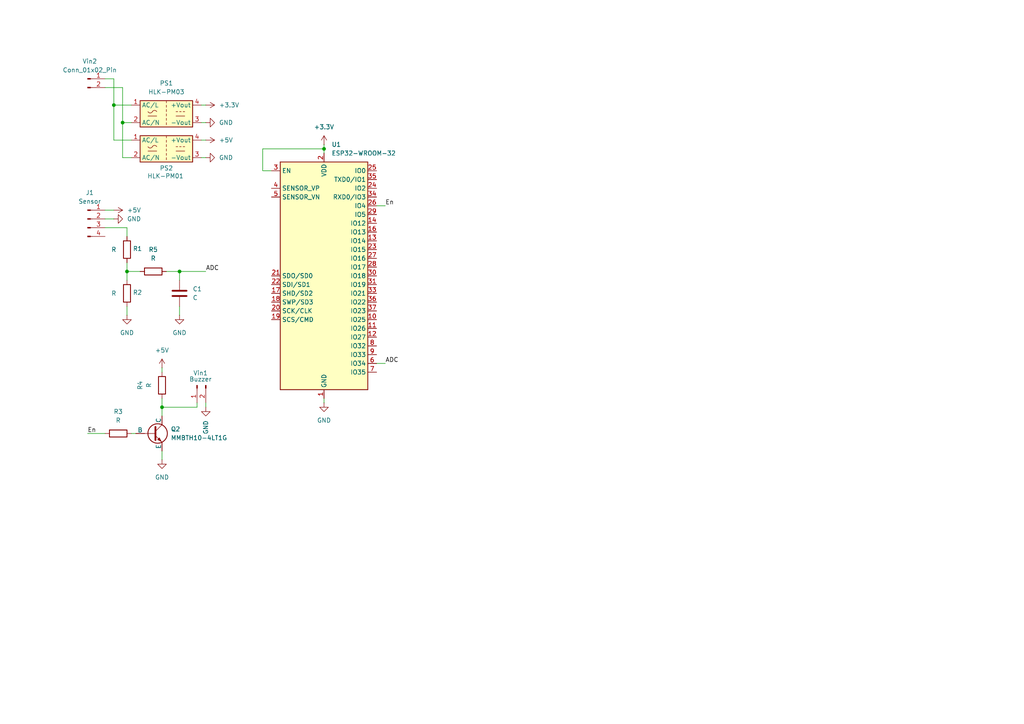
<source format=kicad_sch>
(kicad_sch
	(version 20231120)
	(generator "eeschema")
	(generator_version "8.0")
	(uuid "a565221c-6252-478d-b6b3-8d6857dd7a37")
	(paper "A4")
	(lib_symbols
		(symbol "Connector:Conn_01x02_Pin"
			(pin_names
				(offset 1.016) hide)
			(exclude_from_sim no)
			(in_bom yes)
			(on_board yes)
			(property "Reference" "J"
				(at 0 2.54 0)
				(effects
					(font
						(size 1.27 1.27)
					)
				)
			)
			(property "Value" "Conn_01x02_Pin"
				(at 0 -5.08 0)
				(effects
					(font
						(size 1.27 1.27)
					)
				)
			)
			(property "Footprint" ""
				(at 0 0 0)
				(effects
					(font
						(size 1.27 1.27)
					)
					(hide yes)
				)
			)
			(property "Datasheet" "~"
				(at 0 0 0)
				(effects
					(font
						(size 1.27 1.27)
					)
					(hide yes)
				)
			)
			(property "Description" "Generic connector, single row, 01x02, script generated"
				(at 0 0 0)
				(effects
					(font
						(size 1.27 1.27)
					)
					(hide yes)
				)
			)
			(property "ki_locked" ""
				(at 0 0 0)
				(effects
					(font
						(size 1.27 1.27)
					)
				)
			)
			(property "ki_keywords" "connector"
				(at 0 0 0)
				(effects
					(font
						(size 1.27 1.27)
					)
					(hide yes)
				)
			)
			(property "ki_fp_filters" "Connector*:*_1x??_*"
				(at 0 0 0)
				(effects
					(font
						(size 1.27 1.27)
					)
					(hide yes)
				)
			)
			(symbol "Conn_01x02_Pin_1_1"
				(polyline
					(pts
						(xy 1.27 -2.54) (xy 0.8636 -2.54)
					)
					(stroke
						(width 0.1524)
						(type default)
					)
					(fill
						(type none)
					)
				)
				(polyline
					(pts
						(xy 1.27 0) (xy 0.8636 0)
					)
					(stroke
						(width 0.1524)
						(type default)
					)
					(fill
						(type none)
					)
				)
				(rectangle
					(start 0.8636 -2.413)
					(end 0 -2.667)
					(stroke
						(width 0.1524)
						(type default)
					)
					(fill
						(type outline)
					)
				)
				(rectangle
					(start 0.8636 0.127)
					(end 0 -0.127)
					(stroke
						(width 0.1524)
						(type default)
					)
					(fill
						(type outline)
					)
				)
				(pin passive line
					(at 5.08 0 180)
					(length 3.81)
					(name "Pin_1"
						(effects
							(font
								(size 1.27 1.27)
							)
						)
					)
					(number "1"
						(effects
							(font
								(size 1.27 1.27)
							)
						)
					)
				)
				(pin passive line
					(at 5.08 -2.54 180)
					(length 3.81)
					(name "Pin_2"
						(effects
							(font
								(size 1.27 1.27)
							)
						)
					)
					(number "2"
						(effects
							(font
								(size 1.27 1.27)
							)
						)
					)
				)
			)
		)
		(symbol "Connector:Conn_01x04_Pin"
			(pin_names
				(offset 1.016) hide)
			(exclude_from_sim no)
			(in_bom yes)
			(on_board yes)
			(property "Reference" "J"
				(at 0 5.08 0)
				(effects
					(font
						(size 1.27 1.27)
					)
				)
			)
			(property "Value" "Conn_01x04_Pin"
				(at 0 -7.62 0)
				(effects
					(font
						(size 1.27 1.27)
					)
				)
			)
			(property "Footprint" ""
				(at 0 0 0)
				(effects
					(font
						(size 1.27 1.27)
					)
					(hide yes)
				)
			)
			(property "Datasheet" "~"
				(at 0 0 0)
				(effects
					(font
						(size 1.27 1.27)
					)
					(hide yes)
				)
			)
			(property "Description" "Generic connector, single row, 01x04, script generated"
				(at 0 0 0)
				(effects
					(font
						(size 1.27 1.27)
					)
					(hide yes)
				)
			)
			(property "ki_locked" ""
				(at 0 0 0)
				(effects
					(font
						(size 1.27 1.27)
					)
				)
			)
			(property "ki_keywords" "connector"
				(at 0 0 0)
				(effects
					(font
						(size 1.27 1.27)
					)
					(hide yes)
				)
			)
			(property "ki_fp_filters" "Connector*:*_1x??_*"
				(at 0 0 0)
				(effects
					(font
						(size 1.27 1.27)
					)
					(hide yes)
				)
			)
			(symbol "Conn_01x04_Pin_1_1"
				(polyline
					(pts
						(xy 1.27 -5.08) (xy 0.8636 -5.08)
					)
					(stroke
						(width 0.1524)
						(type default)
					)
					(fill
						(type none)
					)
				)
				(polyline
					(pts
						(xy 1.27 -2.54) (xy 0.8636 -2.54)
					)
					(stroke
						(width 0.1524)
						(type default)
					)
					(fill
						(type none)
					)
				)
				(polyline
					(pts
						(xy 1.27 0) (xy 0.8636 0)
					)
					(stroke
						(width 0.1524)
						(type default)
					)
					(fill
						(type none)
					)
				)
				(polyline
					(pts
						(xy 1.27 2.54) (xy 0.8636 2.54)
					)
					(stroke
						(width 0.1524)
						(type default)
					)
					(fill
						(type none)
					)
				)
				(rectangle
					(start 0.8636 -4.953)
					(end 0 -5.207)
					(stroke
						(width 0.1524)
						(type default)
					)
					(fill
						(type outline)
					)
				)
				(rectangle
					(start 0.8636 -2.413)
					(end 0 -2.667)
					(stroke
						(width 0.1524)
						(type default)
					)
					(fill
						(type outline)
					)
				)
				(rectangle
					(start 0.8636 0.127)
					(end 0 -0.127)
					(stroke
						(width 0.1524)
						(type default)
					)
					(fill
						(type outline)
					)
				)
				(rectangle
					(start 0.8636 2.667)
					(end 0 2.413)
					(stroke
						(width 0.1524)
						(type default)
					)
					(fill
						(type outline)
					)
				)
				(pin passive line
					(at 5.08 2.54 180)
					(length 3.81)
					(name "Pin_1"
						(effects
							(font
								(size 1.27 1.27)
							)
						)
					)
					(number "1"
						(effects
							(font
								(size 1.27 1.27)
							)
						)
					)
				)
				(pin passive line
					(at 5.08 0 180)
					(length 3.81)
					(name "Pin_2"
						(effects
							(font
								(size 1.27 1.27)
							)
						)
					)
					(number "2"
						(effects
							(font
								(size 1.27 1.27)
							)
						)
					)
				)
				(pin passive line
					(at 5.08 -2.54 180)
					(length 3.81)
					(name "Pin_3"
						(effects
							(font
								(size 1.27 1.27)
							)
						)
					)
					(number "3"
						(effects
							(font
								(size 1.27 1.27)
							)
						)
					)
				)
				(pin passive line
					(at 5.08 -5.08 180)
					(length 3.81)
					(name "Pin_4"
						(effects
							(font
								(size 1.27 1.27)
							)
						)
					)
					(number "4"
						(effects
							(font
								(size 1.27 1.27)
							)
						)
					)
				)
			)
		)
		(symbol "Converter_ACDC:HLK-PM01"
			(exclude_from_sim no)
			(in_bom yes)
			(on_board yes)
			(property "Reference" "PS"
				(at 0 5.08 0)
				(effects
					(font
						(size 1.27 1.27)
					)
				)
			)
			(property "Value" "HLK-PM01"
				(at 0 -5.08 0)
				(effects
					(font
						(size 1.27 1.27)
					)
				)
			)
			(property "Footprint" "Converter_ACDC:Converter_ACDC_Hi-Link_HLK-PMxx"
				(at 0 -7.62 0)
				(effects
					(font
						(size 1.27 1.27)
					)
					(hide yes)
				)
			)
			(property "Datasheet" "https://h.hlktech.com/download/ACDC%E7%94%B5%E6%BA%90%E6%A8%A1%E5%9D%973W%E7%B3%BB%E5%88%97/1/%E6%B5%B7%E5%87%8C%E7%A7%913W%E7%B3%BB%E5%88%97%E7%94%B5%E6%BA%90%E6%A8%A1%E5%9D%97%E8%A7%84%E6%A0%BC%E4%B9%A6V2.8.pdf"
				(at 10.16 -8.89 0)
				(effects
					(font
						(size 1.27 1.27)
					)
					(hide yes)
				)
			)
			(property "Description" "Compact AC/DC board mount power module 3W 5V"
				(at 0 0 0)
				(effects
					(font
						(size 1.27 1.27)
					)
					(hide yes)
				)
			)
			(property "ki_keywords" "AC/DC module power supply"
				(at 0 0 0)
				(effects
					(font
						(size 1.27 1.27)
					)
					(hide yes)
				)
			)
			(property "ki_fp_filters" "Converter*ACDC*Hi?Link*HLK?PM*"
				(at 0 0 0)
				(effects
					(font
						(size 1.27 1.27)
					)
					(hide yes)
				)
			)
			(symbol "HLK-PM01_0_1"
				(rectangle
					(start -7.62 3.81)
					(end 7.62 -3.81)
					(stroke
						(width 0.254)
						(type default)
					)
					(fill
						(type background)
					)
				)
				(arc
					(start -5.334 0.635)
					(mid -4.699 0.2495)
					(end -4.064 0.635)
					(stroke
						(width 0)
						(type default)
					)
					(fill
						(type none)
					)
				)
				(arc
					(start -2.794 0.635)
					(mid -3.429 1.0072)
					(end -4.064 0.635)
					(stroke
						(width 0)
						(type default)
					)
					(fill
						(type none)
					)
				)
				(polyline
					(pts
						(xy -5.334 -0.635) (xy -2.794 -0.635)
					)
					(stroke
						(width 0)
						(type default)
					)
					(fill
						(type none)
					)
				)
				(polyline
					(pts
						(xy 0 -2.54) (xy 0 -3.175)
					)
					(stroke
						(width 0)
						(type default)
					)
					(fill
						(type none)
					)
				)
				(polyline
					(pts
						(xy 0 -1.27) (xy 0 -1.905)
					)
					(stroke
						(width 0)
						(type default)
					)
					(fill
						(type none)
					)
				)
				(polyline
					(pts
						(xy 0 0) (xy 0 -0.635)
					)
					(stroke
						(width 0)
						(type default)
					)
					(fill
						(type none)
					)
				)
				(polyline
					(pts
						(xy 0 1.27) (xy 0 0.635)
					)
					(stroke
						(width 0)
						(type default)
					)
					(fill
						(type none)
					)
				)
				(polyline
					(pts
						(xy 0 2.54) (xy 0 1.905)
					)
					(stroke
						(width 0)
						(type default)
					)
					(fill
						(type none)
					)
				)
				(polyline
					(pts
						(xy 0 3.81) (xy 0 3.175)
					)
					(stroke
						(width 0)
						(type default)
					)
					(fill
						(type none)
					)
				)
				(polyline
					(pts
						(xy 2.794 -0.635) (xy 5.334 -0.635)
					)
					(stroke
						(width 0)
						(type default)
					)
					(fill
						(type none)
					)
				)
				(polyline
					(pts
						(xy 2.794 0.635) (xy 3.302 0.635)
					)
					(stroke
						(width 0)
						(type default)
					)
					(fill
						(type none)
					)
				)
				(polyline
					(pts
						(xy 3.81 0.635) (xy 4.318 0.635)
					)
					(stroke
						(width 0)
						(type default)
					)
					(fill
						(type none)
					)
				)
				(polyline
					(pts
						(xy 4.826 0.635) (xy 5.334 0.635)
					)
					(stroke
						(width 0)
						(type default)
					)
					(fill
						(type none)
					)
				)
			)
			(symbol "HLK-PM01_1_1"
				(pin power_in line
					(at -10.16 2.54 0)
					(length 2.54)
					(name "AC/L"
						(effects
							(font
								(size 1.27 1.27)
							)
						)
					)
					(number "1"
						(effects
							(font
								(size 1.27 1.27)
							)
						)
					)
				)
				(pin power_in line
					(at -10.16 -2.54 0)
					(length 2.54)
					(name "AC/N"
						(effects
							(font
								(size 1.27 1.27)
							)
						)
					)
					(number "2"
						(effects
							(font
								(size 1.27 1.27)
							)
						)
					)
				)
				(pin power_out line
					(at 10.16 -2.54 180)
					(length 2.54)
					(name "-Vout"
						(effects
							(font
								(size 1.27 1.27)
							)
						)
					)
					(number "3"
						(effects
							(font
								(size 1.27 1.27)
							)
						)
					)
				)
				(pin power_out line
					(at 10.16 2.54 180)
					(length 2.54)
					(name "+Vout"
						(effects
							(font
								(size 1.27 1.27)
							)
						)
					)
					(number "4"
						(effects
							(font
								(size 1.27 1.27)
							)
						)
					)
				)
			)
		)
		(symbol "Converter_ACDC:HLK-PM03"
			(exclude_from_sim no)
			(in_bom yes)
			(on_board yes)
			(property "Reference" "PS"
				(at 0 5.08 0)
				(effects
					(font
						(size 1.27 1.27)
					)
				)
			)
			(property "Value" "HLK-PM03"
				(at 0 -5.08 0)
				(effects
					(font
						(size 1.27 1.27)
					)
				)
			)
			(property "Footprint" "Converter_ACDC:Converter_ACDC_Hi-Link_HLK-PMxx"
				(at 0 -7.62 0)
				(effects
					(font
						(size 1.27 1.27)
					)
					(hide yes)
				)
			)
			(property "Datasheet" "https://h.hlktech.com/download/ACDC%E7%94%B5%E6%BA%90%E6%A8%A1%E5%9D%973W%E7%B3%BB%E5%88%97/1/%E6%B5%B7%E5%87%8C%E7%A7%913W%E7%B3%BB%E5%88%97%E7%94%B5%E6%BA%90%E6%A8%A1%E5%9D%97%E8%A7%84%E6%A0%BC%E4%B9%A6V2.8.pdf"
				(at 10.16 -8.89 0)
				(effects
					(font
						(size 1.27 1.27)
					)
					(hide yes)
				)
			)
			(property "Description" "Compact AC/DC board mount power module 3W 3V3"
				(at 0 0 0)
				(effects
					(font
						(size 1.27 1.27)
					)
					(hide yes)
				)
			)
			(property "ki_keywords" "AC/DC module power supply"
				(at 0 0 0)
				(effects
					(font
						(size 1.27 1.27)
					)
					(hide yes)
				)
			)
			(property "ki_fp_filters" "Converter*ACDC*Hi?Link*HLK?PM*"
				(at 0 0 0)
				(effects
					(font
						(size 1.27 1.27)
					)
					(hide yes)
				)
			)
			(symbol "HLK-PM03_0_1"
				(rectangle
					(start -7.62 3.81)
					(end 7.62 -3.81)
					(stroke
						(width 0.254)
						(type default)
					)
					(fill
						(type background)
					)
				)
				(arc
					(start -5.334 0.635)
					(mid -4.699 0.2495)
					(end -4.064 0.635)
					(stroke
						(width 0)
						(type default)
					)
					(fill
						(type none)
					)
				)
				(arc
					(start -2.794 0.635)
					(mid -3.429 1.0072)
					(end -4.064 0.635)
					(stroke
						(width 0)
						(type default)
					)
					(fill
						(type none)
					)
				)
				(polyline
					(pts
						(xy -5.334 -0.635) (xy -2.794 -0.635)
					)
					(stroke
						(width 0)
						(type default)
					)
					(fill
						(type none)
					)
				)
				(polyline
					(pts
						(xy 0 -2.54) (xy 0 -3.175)
					)
					(stroke
						(width 0)
						(type default)
					)
					(fill
						(type none)
					)
				)
				(polyline
					(pts
						(xy 0 -1.27) (xy 0 -1.905)
					)
					(stroke
						(width 0)
						(type default)
					)
					(fill
						(type none)
					)
				)
				(polyline
					(pts
						(xy 0 0) (xy 0 -0.635)
					)
					(stroke
						(width 0)
						(type default)
					)
					(fill
						(type none)
					)
				)
				(polyline
					(pts
						(xy 0 1.27) (xy 0 0.635)
					)
					(stroke
						(width 0)
						(type default)
					)
					(fill
						(type none)
					)
				)
				(polyline
					(pts
						(xy 0 2.54) (xy 0 1.905)
					)
					(stroke
						(width 0)
						(type default)
					)
					(fill
						(type none)
					)
				)
				(polyline
					(pts
						(xy 0 3.81) (xy 0 3.175)
					)
					(stroke
						(width 0)
						(type default)
					)
					(fill
						(type none)
					)
				)
				(polyline
					(pts
						(xy 2.794 -0.635) (xy 5.334 -0.635)
					)
					(stroke
						(width 0)
						(type default)
					)
					(fill
						(type none)
					)
				)
				(polyline
					(pts
						(xy 2.794 0.635) (xy 3.302 0.635)
					)
					(stroke
						(width 0)
						(type default)
					)
					(fill
						(type none)
					)
				)
				(polyline
					(pts
						(xy 3.81 0.635) (xy 4.318 0.635)
					)
					(stroke
						(width 0)
						(type default)
					)
					(fill
						(type none)
					)
				)
				(polyline
					(pts
						(xy 4.826 0.635) (xy 5.334 0.635)
					)
					(stroke
						(width 0)
						(type default)
					)
					(fill
						(type none)
					)
				)
			)
			(symbol "HLK-PM03_1_1"
				(pin power_in line
					(at -10.16 2.54 0)
					(length 2.54)
					(name "AC/L"
						(effects
							(font
								(size 1.27 1.27)
							)
						)
					)
					(number "1"
						(effects
							(font
								(size 1.27 1.27)
							)
						)
					)
				)
				(pin power_in line
					(at -10.16 -2.54 0)
					(length 2.54)
					(name "AC/N"
						(effects
							(font
								(size 1.27 1.27)
							)
						)
					)
					(number "2"
						(effects
							(font
								(size 1.27 1.27)
							)
						)
					)
				)
				(pin power_out line
					(at 10.16 -2.54 180)
					(length 2.54)
					(name "-Vout"
						(effects
							(font
								(size 1.27 1.27)
							)
						)
					)
					(number "3"
						(effects
							(font
								(size 1.27 1.27)
							)
						)
					)
				)
				(pin power_out line
					(at 10.16 2.54 180)
					(length 2.54)
					(name "+Vout"
						(effects
							(font
								(size 1.27 1.27)
							)
						)
					)
					(number "4"
						(effects
							(font
								(size 1.27 1.27)
							)
						)
					)
				)
			)
		)
		(symbol "Device:C"
			(pin_numbers hide)
			(pin_names
				(offset 0.254)
			)
			(exclude_from_sim no)
			(in_bom yes)
			(on_board yes)
			(property "Reference" "C"
				(at 0.635 2.54 0)
				(effects
					(font
						(size 1.27 1.27)
					)
					(justify left)
				)
			)
			(property "Value" "C"
				(at 0.635 -2.54 0)
				(effects
					(font
						(size 1.27 1.27)
					)
					(justify left)
				)
			)
			(property "Footprint" ""
				(at 0.9652 -3.81 0)
				(effects
					(font
						(size 1.27 1.27)
					)
					(hide yes)
				)
			)
			(property "Datasheet" "~"
				(at 0 0 0)
				(effects
					(font
						(size 1.27 1.27)
					)
					(hide yes)
				)
			)
			(property "Description" "Unpolarized capacitor"
				(at 0 0 0)
				(effects
					(font
						(size 1.27 1.27)
					)
					(hide yes)
				)
			)
			(property "ki_keywords" "cap capacitor"
				(at 0 0 0)
				(effects
					(font
						(size 1.27 1.27)
					)
					(hide yes)
				)
			)
			(property "ki_fp_filters" "C_*"
				(at 0 0 0)
				(effects
					(font
						(size 1.27 1.27)
					)
					(hide yes)
				)
			)
			(symbol "C_0_1"
				(polyline
					(pts
						(xy -2.032 -0.762) (xy 2.032 -0.762)
					)
					(stroke
						(width 0.508)
						(type default)
					)
					(fill
						(type none)
					)
				)
				(polyline
					(pts
						(xy -2.032 0.762) (xy 2.032 0.762)
					)
					(stroke
						(width 0.508)
						(type default)
					)
					(fill
						(type none)
					)
				)
			)
			(symbol "C_1_1"
				(pin passive line
					(at 0 3.81 270)
					(length 2.794)
					(name "~"
						(effects
							(font
								(size 1.27 1.27)
							)
						)
					)
					(number "1"
						(effects
							(font
								(size 1.27 1.27)
							)
						)
					)
				)
				(pin passive line
					(at 0 -3.81 90)
					(length 2.794)
					(name "~"
						(effects
							(font
								(size 1.27 1.27)
							)
						)
					)
					(number "2"
						(effects
							(font
								(size 1.27 1.27)
							)
						)
					)
				)
			)
		)
		(symbol "Device:R"
			(pin_numbers hide)
			(pin_names
				(offset 0)
			)
			(exclude_from_sim no)
			(in_bom yes)
			(on_board yes)
			(property "Reference" "R"
				(at 2.032 0 90)
				(effects
					(font
						(size 1.27 1.27)
					)
				)
			)
			(property "Value" "R"
				(at 0 0 90)
				(effects
					(font
						(size 1.27 1.27)
					)
				)
			)
			(property "Footprint" ""
				(at -1.778 0 90)
				(effects
					(font
						(size 1.27 1.27)
					)
					(hide yes)
				)
			)
			(property "Datasheet" "~"
				(at 0 0 0)
				(effects
					(font
						(size 1.27 1.27)
					)
					(hide yes)
				)
			)
			(property "Description" "Resistor"
				(at 0 0 0)
				(effects
					(font
						(size 1.27 1.27)
					)
					(hide yes)
				)
			)
			(property "ki_keywords" "R res resistor"
				(at 0 0 0)
				(effects
					(font
						(size 1.27 1.27)
					)
					(hide yes)
				)
			)
			(property "ki_fp_filters" "R_*"
				(at 0 0 0)
				(effects
					(font
						(size 1.27 1.27)
					)
					(hide yes)
				)
			)
			(symbol "R_0_1"
				(rectangle
					(start -1.016 -2.54)
					(end 1.016 2.54)
					(stroke
						(width 0.254)
						(type default)
					)
					(fill
						(type none)
					)
				)
			)
			(symbol "R_1_1"
				(pin passive line
					(at 0 3.81 270)
					(length 1.27)
					(name "~"
						(effects
							(font
								(size 1.27 1.27)
							)
						)
					)
					(number "1"
						(effects
							(font
								(size 1.27 1.27)
							)
						)
					)
				)
				(pin passive line
					(at 0 -3.81 90)
					(length 1.27)
					(name "~"
						(effects
							(font
								(size 1.27 1.27)
							)
						)
					)
					(number "2"
						(effects
							(font
								(size 1.27 1.27)
							)
						)
					)
				)
			)
		)
		(symbol "RF_Module:ESP32-WROOM-32"
			(exclude_from_sim no)
			(in_bom yes)
			(on_board yes)
			(property "Reference" "U"
				(at -12.7 34.29 0)
				(effects
					(font
						(size 1.27 1.27)
					)
					(justify left)
				)
			)
			(property "Value" "ESP32-WROOM-32"
				(at 1.27 34.29 0)
				(effects
					(font
						(size 1.27 1.27)
					)
					(justify left)
				)
			)
			(property "Footprint" "RF_Module:ESP32-WROOM-32"
				(at 0 -38.1 0)
				(effects
					(font
						(size 1.27 1.27)
					)
					(hide yes)
				)
			)
			(property "Datasheet" "https://www.espressif.com/sites/default/files/documentation/esp32-wroom-32_datasheet_en.pdf"
				(at -7.62 1.27 0)
				(effects
					(font
						(size 1.27 1.27)
					)
					(hide yes)
				)
			)
			(property "Description" "RF Module, ESP32-D0WDQ6 SoC, Wi-Fi 802.11b/g/n, Bluetooth, BLE, 32-bit, 2.7-3.6V, onboard antenna, SMD"
				(at 0 0 0)
				(effects
					(font
						(size 1.27 1.27)
					)
					(hide yes)
				)
			)
			(property "ki_keywords" "RF Radio BT ESP ESP32 Espressif onboard PCB antenna"
				(at 0 0 0)
				(effects
					(font
						(size 1.27 1.27)
					)
					(hide yes)
				)
			)
			(property "ki_fp_filters" "ESP32?WROOM?32*"
				(at 0 0 0)
				(effects
					(font
						(size 1.27 1.27)
					)
					(hide yes)
				)
			)
			(symbol "ESP32-WROOM-32_0_1"
				(rectangle
					(start -12.7 33.02)
					(end 12.7 -33.02)
					(stroke
						(width 0.254)
						(type default)
					)
					(fill
						(type background)
					)
				)
			)
			(symbol "ESP32-WROOM-32_1_1"
				(pin power_in line
					(at 0 -35.56 90)
					(length 2.54)
					(name "GND"
						(effects
							(font
								(size 1.27 1.27)
							)
						)
					)
					(number "1"
						(effects
							(font
								(size 1.27 1.27)
							)
						)
					)
				)
				(pin bidirectional line
					(at 15.24 -12.7 180)
					(length 2.54)
					(name "IO25"
						(effects
							(font
								(size 1.27 1.27)
							)
						)
					)
					(number "10"
						(effects
							(font
								(size 1.27 1.27)
							)
						)
					)
				)
				(pin bidirectional line
					(at 15.24 -15.24 180)
					(length 2.54)
					(name "IO26"
						(effects
							(font
								(size 1.27 1.27)
							)
						)
					)
					(number "11"
						(effects
							(font
								(size 1.27 1.27)
							)
						)
					)
				)
				(pin bidirectional line
					(at 15.24 -17.78 180)
					(length 2.54)
					(name "IO27"
						(effects
							(font
								(size 1.27 1.27)
							)
						)
					)
					(number "12"
						(effects
							(font
								(size 1.27 1.27)
							)
						)
					)
				)
				(pin bidirectional line
					(at 15.24 10.16 180)
					(length 2.54)
					(name "IO14"
						(effects
							(font
								(size 1.27 1.27)
							)
						)
					)
					(number "13"
						(effects
							(font
								(size 1.27 1.27)
							)
						)
					)
				)
				(pin bidirectional line
					(at 15.24 15.24 180)
					(length 2.54)
					(name "IO12"
						(effects
							(font
								(size 1.27 1.27)
							)
						)
					)
					(number "14"
						(effects
							(font
								(size 1.27 1.27)
							)
						)
					)
				)
				(pin passive line
					(at 0 -35.56 90)
					(length 2.54) hide
					(name "GND"
						(effects
							(font
								(size 1.27 1.27)
							)
						)
					)
					(number "15"
						(effects
							(font
								(size 1.27 1.27)
							)
						)
					)
				)
				(pin bidirectional line
					(at 15.24 12.7 180)
					(length 2.54)
					(name "IO13"
						(effects
							(font
								(size 1.27 1.27)
							)
						)
					)
					(number "16"
						(effects
							(font
								(size 1.27 1.27)
							)
						)
					)
				)
				(pin bidirectional line
					(at -15.24 -5.08 0)
					(length 2.54)
					(name "SHD/SD2"
						(effects
							(font
								(size 1.27 1.27)
							)
						)
					)
					(number "17"
						(effects
							(font
								(size 1.27 1.27)
							)
						)
					)
				)
				(pin bidirectional line
					(at -15.24 -7.62 0)
					(length 2.54)
					(name "SWP/SD3"
						(effects
							(font
								(size 1.27 1.27)
							)
						)
					)
					(number "18"
						(effects
							(font
								(size 1.27 1.27)
							)
						)
					)
				)
				(pin bidirectional line
					(at -15.24 -12.7 0)
					(length 2.54)
					(name "SCS/CMD"
						(effects
							(font
								(size 1.27 1.27)
							)
						)
					)
					(number "19"
						(effects
							(font
								(size 1.27 1.27)
							)
						)
					)
				)
				(pin power_in line
					(at 0 35.56 270)
					(length 2.54)
					(name "VDD"
						(effects
							(font
								(size 1.27 1.27)
							)
						)
					)
					(number "2"
						(effects
							(font
								(size 1.27 1.27)
							)
						)
					)
				)
				(pin bidirectional line
					(at -15.24 -10.16 0)
					(length 2.54)
					(name "SCK/CLK"
						(effects
							(font
								(size 1.27 1.27)
							)
						)
					)
					(number "20"
						(effects
							(font
								(size 1.27 1.27)
							)
						)
					)
				)
				(pin bidirectional line
					(at -15.24 0 0)
					(length 2.54)
					(name "SDO/SD0"
						(effects
							(font
								(size 1.27 1.27)
							)
						)
					)
					(number "21"
						(effects
							(font
								(size 1.27 1.27)
							)
						)
					)
				)
				(pin bidirectional line
					(at -15.24 -2.54 0)
					(length 2.54)
					(name "SDI/SD1"
						(effects
							(font
								(size 1.27 1.27)
							)
						)
					)
					(number "22"
						(effects
							(font
								(size 1.27 1.27)
							)
						)
					)
				)
				(pin bidirectional line
					(at 15.24 7.62 180)
					(length 2.54)
					(name "IO15"
						(effects
							(font
								(size 1.27 1.27)
							)
						)
					)
					(number "23"
						(effects
							(font
								(size 1.27 1.27)
							)
						)
					)
				)
				(pin bidirectional line
					(at 15.24 25.4 180)
					(length 2.54)
					(name "IO2"
						(effects
							(font
								(size 1.27 1.27)
							)
						)
					)
					(number "24"
						(effects
							(font
								(size 1.27 1.27)
							)
						)
					)
				)
				(pin bidirectional line
					(at 15.24 30.48 180)
					(length 2.54)
					(name "IO0"
						(effects
							(font
								(size 1.27 1.27)
							)
						)
					)
					(number "25"
						(effects
							(font
								(size 1.27 1.27)
							)
						)
					)
				)
				(pin bidirectional line
					(at 15.24 20.32 180)
					(length 2.54)
					(name "IO4"
						(effects
							(font
								(size 1.27 1.27)
							)
						)
					)
					(number "26"
						(effects
							(font
								(size 1.27 1.27)
							)
						)
					)
				)
				(pin bidirectional line
					(at 15.24 5.08 180)
					(length 2.54)
					(name "IO16"
						(effects
							(font
								(size 1.27 1.27)
							)
						)
					)
					(number "27"
						(effects
							(font
								(size 1.27 1.27)
							)
						)
					)
				)
				(pin bidirectional line
					(at 15.24 2.54 180)
					(length 2.54)
					(name "IO17"
						(effects
							(font
								(size 1.27 1.27)
							)
						)
					)
					(number "28"
						(effects
							(font
								(size 1.27 1.27)
							)
						)
					)
				)
				(pin bidirectional line
					(at 15.24 17.78 180)
					(length 2.54)
					(name "IO5"
						(effects
							(font
								(size 1.27 1.27)
							)
						)
					)
					(number "29"
						(effects
							(font
								(size 1.27 1.27)
							)
						)
					)
				)
				(pin input line
					(at -15.24 30.48 0)
					(length 2.54)
					(name "EN"
						(effects
							(font
								(size 1.27 1.27)
							)
						)
					)
					(number "3"
						(effects
							(font
								(size 1.27 1.27)
							)
						)
					)
				)
				(pin bidirectional line
					(at 15.24 0 180)
					(length 2.54)
					(name "IO18"
						(effects
							(font
								(size 1.27 1.27)
							)
						)
					)
					(number "30"
						(effects
							(font
								(size 1.27 1.27)
							)
						)
					)
				)
				(pin bidirectional line
					(at 15.24 -2.54 180)
					(length 2.54)
					(name "IO19"
						(effects
							(font
								(size 1.27 1.27)
							)
						)
					)
					(number "31"
						(effects
							(font
								(size 1.27 1.27)
							)
						)
					)
				)
				(pin no_connect line
					(at -12.7 -27.94 0)
					(length 2.54) hide
					(name "NC"
						(effects
							(font
								(size 1.27 1.27)
							)
						)
					)
					(number "32"
						(effects
							(font
								(size 1.27 1.27)
							)
						)
					)
				)
				(pin bidirectional line
					(at 15.24 -5.08 180)
					(length 2.54)
					(name "IO21"
						(effects
							(font
								(size 1.27 1.27)
							)
						)
					)
					(number "33"
						(effects
							(font
								(size 1.27 1.27)
							)
						)
					)
				)
				(pin bidirectional line
					(at 15.24 22.86 180)
					(length 2.54)
					(name "RXD0/IO3"
						(effects
							(font
								(size 1.27 1.27)
							)
						)
					)
					(number "34"
						(effects
							(font
								(size 1.27 1.27)
							)
						)
					)
				)
				(pin bidirectional line
					(at 15.24 27.94 180)
					(length 2.54)
					(name "TXD0/IO1"
						(effects
							(font
								(size 1.27 1.27)
							)
						)
					)
					(number "35"
						(effects
							(font
								(size 1.27 1.27)
							)
						)
					)
				)
				(pin bidirectional line
					(at 15.24 -7.62 180)
					(length 2.54)
					(name "IO22"
						(effects
							(font
								(size 1.27 1.27)
							)
						)
					)
					(number "36"
						(effects
							(font
								(size 1.27 1.27)
							)
						)
					)
				)
				(pin bidirectional line
					(at 15.24 -10.16 180)
					(length 2.54)
					(name "IO23"
						(effects
							(font
								(size 1.27 1.27)
							)
						)
					)
					(number "37"
						(effects
							(font
								(size 1.27 1.27)
							)
						)
					)
				)
				(pin passive line
					(at 0 -35.56 90)
					(length 2.54) hide
					(name "GND"
						(effects
							(font
								(size 1.27 1.27)
							)
						)
					)
					(number "38"
						(effects
							(font
								(size 1.27 1.27)
							)
						)
					)
				)
				(pin passive line
					(at 0 -35.56 90)
					(length 2.54) hide
					(name "GND"
						(effects
							(font
								(size 1.27 1.27)
							)
						)
					)
					(number "39"
						(effects
							(font
								(size 1.27 1.27)
							)
						)
					)
				)
				(pin input line
					(at -15.24 25.4 0)
					(length 2.54)
					(name "SENSOR_VP"
						(effects
							(font
								(size 1.27 1.27)
							)
						)
					)
					(number "4"
						(effects
							(font
								(size 1.27 1.27)
							)
						)
					)
				)
				(pin input line
					(at -15.24 22.86 0)
					(length 2.54)
					(name "SENSOR_VN"
						(effects
							(font
								(size 1.27 1.27)
							)
						)
					)
					(number "5"
						(effects
							(font
								(size 1.27 1.27)
							)
						)
					)
				)
				(pin input line
					(at 15.24 -25.4 180)
					(length 2.54)
					(name "IO34"
						(effects
							(font
								(size 1.27 1.27)
							)
						)
					)
					(number "6"
						(effects
							(font
								(size 1.27 1.27)
							)
						)
					)
				)
				(pin input line
					(at 15.24 -27.94 180)
					(length 2.54)
					(name "IO35"
						(effects
							(font
								(size 1.27 1.27)
							)
						)
					)
					(number "7"
						(effects
							(font
								(size 1.27 1.27)
							)
						)
					)
				)
				(pin bidirectional line
					(at 15.24 -20.32 180)
					(length 2.54)
					(name "IO32"
						(effects
							(font
								(size 1.27 1.27)
							)
						)
					)
					(number "8"
						(effects
							(font
								(size 1.27 1.27)
							)
						)
					)
				)
				(pin bidirectional line
					(at 15.24 -22.86 180)
					(length 2.54)
					(name "IO33"
						(effects
							(font
								(size 1.27 1.27)
							)
						)
					)
					(number "9"
						(effects
							(font
								(size 1.27 1.27)
							)
						)
					)
				)
			)
		)
		(symbol "Simulation_SPICE:NPN"
			(pin_numbers hide)
			(pin_names
				(offset 0)
			)
			(exclude_from_sim no)
			(in_bom yes)
			(on_board yes)
			(property "Reference" "Q"
				(at -2.54 7.62 0)
				(effects
					(font
						(size 1.27 1.27)
					)
				)
			)
			(property "Value" "NPN"
				(at -2.54 5.08 0)
				(effects
					(font
						(size 1.27 1.27)
					)
				)
			)
			(property "Footprint" ""
				(at 63.5 0 0)
				(effects
					(font
						(size 1.27 1.27)
					)
					(hide yes)
				)
			)
			(property "Datasheet" "https://ngspice.sourceforge.io/docs/ngspice-html-manual/manual.xhtml#cha_BJTs"
				(at 63.5 0 0)
				(effects
					(font
						(size 1.27 1.27)
					)
					(hide yes)
				)
			)
			(property "Description" "Bipolar transistor symbol for simulation only, substrate tied to the emitter"
				(at 0 0 0)
				(effects
					(font
						(size 1.27 1.27)
					)
					(hide yes)
				)
			)
			(property "Sim.Device" "NPN"
				(at 0 0 0)
				(effects
					(font
						(size 1.27 1.27)
					)
					(hide yes)
				)
			)
			(property "Sim.Type" "GUMMELPOON"
				(at 0 0 0)
				(effects
					(font
						(size 1.27 1.27)
					)
					(hide yes)
				)
			)
			(property "Sim.Pins" "1=C 2=B 3=E"
				(at 0 0 0)
				(effects
					(font
						(size 1.27 1.27)
					)
					(hide yes)
				)
			)
			(property "ki_keywords" "simulation"
				(at 0 0 0)
				(effects
					(font
						(size 1.27 1.27)
					)
					(hide yes)
				)
			)
			(symbol "NPN_0_1"
				(polyline
					(pts
						(xy -2.54 0) (xy 0.635 0)
					)
					(stroke
						(width 0.1524)
						(type default)
					)
					(fill
						(type none)
					)
				)
				(polyline
					(pts
						(xy 0.635 0.635) (xy 2.54 2.54)
					)
					(stroke
						(width 0)
						(type default)
					)
					(fill
						(type none)
					)
				)
				(polyline
					(pts
						(xy 2.794 -1.27) (xy 2.794 -1.27)
					)
					(stroke
						(width 0.1524)
						(type default)
					)
					(fill
						(type none)
					)
				)
				(polyline
					(pts
						(xy 2.794 -1.27) (xy 2.794 -1.27)
					)
					(stroke
						(width 0.1524)
						(type default)
					)
					(fill
						(type none)
					)
				)
				(polyline
					(pts
						(xy 0.635 -0.635) (xy 2.54 -2.54) (xy 2.54 -2.54)
					)
					(stroke
						(width 0)
						(type default)
					)
					(fill
						(type none)
					)
				)
				(polyline
					(pts
						(xy 0.635 1.905) (xy 0.635 -1.905) (xy 0.635 -1.905)
					)
					(stroke
						(width 0.508)
						(type default)
					)
					(fill
						(type none)
					)
				)
				(polyline
					(pts
						(xy 1.27 -1.778) (xy 1.778 -1.27) (xy 2.286 -2.286) (xy 1.27 -1.778) (xy 1.27 -1.778)
					)
					(stroke
						(width 0)
						(type default)
					)
					(fill
						(type outline)
					)
				)
				(circle
					(center 1.27 0)
					(radius 2.8194)
					(stroke
						(width 0.254)
						(type default)
					)
					(fill
						(type none)
					)
				)
			)
			(symbol "NPN_1_1"
				(pin open_collector line
					(at 2.54 5.08 270)
					(length 2.54)
					(name "C"
						(effects
							(font
								(size 1.27 1.27)
							)
						)
					)
					(number "1"
						(effects
							(font
								(size 1.27 1.27)
							)
						)
					)
				)
				(pin input line
					(at -5.08 0 0)
					(length 2.54)
					(name "B"
						(effects
							(font
								(size 1.27 1.27)
							)
						)
					)
					(number "2"
						(effects
							(font
								(size 1.27 1.27)
							)
						)
					)
				)
				(pin open_emitter line
					(at 2.54 -5.08 90)
					(length 2.54)
					(name "E"
						(effects
							(font
								(size 1.27 1.27)
							)
						)
					)
					(number "3"
						(effects
							(font
								(size 1.27 1.27)
							)
						)
					)
				)
			)
		)
		(symbol "power:+3.3V"
			(power)
			(pin_numbers hide)
			(pin_names
				(offset 0) hide)
			(exclude_from_sim no)
			(in_bom yes)
			(on_board yes)
			(property "Reference" "#PWR"
				(at 0 -3.81 0)
				(effects
					(font
						(size 1.27 1.27)
					)
					(hide yes)
				)
			)
			(property "Value" "+3.3V"
				(at 0 3.556 0)
				(effects
					(font
						(size 1.27 1.27)
					)
				)
			)
			(property "Footprint" ""
				(at 0 0 0)
				(effects
					(font
						(size 1.27 1.27)
					)
					(hide yes)
				)
			)
			(property "Datasheet" ""
				(at 0 0 0)
				(effects
					(font
						(size 1.27 1.27)
					)
					(hide yes)
				)
			)
			(property "Description" "Power symbol creates a global label with name \"+3.3V\""
				(at 0 0 0)
				(effects
					(font
						(size 1.27 1.27)
					)
					(hide yes)
				)
			)
			(property "ki_keywords" "global power"
				(at 0 0 0)
				(effects
					(font
						(size 1.27 1.27)
					)
					(hide yes)
				)
			)
			(symbol "+3.3V_0_1"
				(polyline
					(pts
						(xy -0.762 1.27) (xy 0 2.54)
					)
					(stroke
						(width 0)
						(type default)
					)
					(fill
						(type none)
					)
				)
				(polyline
					(pts
						(xy 0 0) (xy 0 2.54)
					)
					(stroke
						(width 0)
						(type default)
					)
					(fill
						(type none)
					)
				)
				(polyline
					(pts
						(xy 0 2.54) (xy 0.762 1.27)
					)
					(stroke
						(width 0)
						(type default)
					)
					(fill
						(type none)
					)
				)
			)
			(symbol "+3.3V_1_1"
				(pin power_in line
					(at 0 0 90)
					(length 0)
					(name "~"
						(effects
							(font
								(size 1.27 1.27)
							)
						)
					)
					(number "1"
						(effects
							(font
								(size 1.27 1.27)
							)
						)
					)
				)
			)
		)
		(symbol "power:+5V"
			(power)
			(pin_numbers hide)
			(pin_names
				(offset 0) hide)
			(exclude_from_sim no)
			(in_bom yes)
			(on_board yes)
			(property "Reference" "#PWR"
				(at 0 -3.81 0)
				(effects
					(font
						(size 1.27 1.27)
					)
					(hide yes)
				)
			)
			(property "Value" "+5V"
				(at 0 3.556 0)
				(effects
					(font
						(size 1.27 1.27)
					)
				)
			)
			(property "Footprint" ""
				(at 0 0 0)
				(effects
					(font
						(size 1.27 1.27)
					)
					(hide yes)
				)
			)
			(property "Datasheet" ""
				(at 0 0 0)
				(effects
					(font
						(size 1.27 1.27)
					)
					(hide yes)
				)
			)
			(property "Description" "Power symbol creates a global label with name \"+5V\""
				(at 0 0 0)
				(effects
					(font
						(size 1.27 1.27)
					)
					(hide yes)
				)
			)
			(property "ki_keywords" "global power"
				(at 0 0 0)
				(effects
					(font
						(size 1.27 1.27)
					)
					(hide yes)
				)
			)
			(symbol "+5V_0_1"
				(polyline
					(pts
						(xy -0.762 1.27) (xy 0 2.54)
					)
					(stroke
						(width 0)
						(type default)
					)
					(fill
						(type none)
					)
				)
				(polyline
					(pts
						(xy 0 0) (xy 0 2.54)
					)
					(stroke
						(width 0)
						(type default)
					)
					(fill
						(type none)
					)
				)
				(polyline
					(pts
						(xy 0 2.54) (xy 0.762 1.27)
					)
					(stroke
						(width 0)
						(type default)
					)
					(fill
						(type none)
					)
				)
			)
			(symbol "+5V_1_1"
				(pin power_in line
					(at 0 0 90)
					(length 0)
					(name "~"
						(effects
							(font
								(size 1.27 1.27)
							)
						)
					)
					(number "1"
						(effects
							(font
								(size 1.27 1.27)
							)
						)
					)
				)
			)
		)
		(symbol "power:GND"
			(power)
			(pin_numbers hide)
			(pin_names
				(offset 0) hide)
			(exclude_from_sim no)
			(in_bom yes)
			(on_board yes)
			(property "Reference" "#PWR"
				(at 0 -6.35 0)
				(effects
					(font
						(size 1.27 1.27)
					)
					(hide yes)
				)
			)
			(property "Value" "GND"
				(at 0 -3.81 0)
				(effects
					(font
						(size 1.27 1.27)
					)
				)
			)
			(property "Footprint" ""
				(at 0 0 0)
				(effects
					(font
						(size 1.27 1.27)
					)
					(hide yes)
				)
			)
			(property "Datasheet" ""
				(at 0 0 0)
				(effects
					(font
						(size 1.27 1.27)
					)
					(hide yes)
				)
			)
			(property "Description" "Power symbol creates a global label with name \"GND\" , ground"
				(at 0 0 0)
				(effects
					(font
						(size 1.27 1.27)
					)
					(hide yes)
				)
			)
			(property "ki_keywords" "global power"
				(at 0 0 0)
				(effects
					(font
						(size 1.27 1.27)
					)
					(hide yes)
				)
			)
			(symbol "GND_0_1"
				(polyline
					(pts
						(xy 0 0) (xy 0 -1.27) (xy 1.27 -1.27) (xy 0 -2.54) (xy -1.27 -1.27) (xy 0 -1.27)
					)
					(stroke
						(width 0)
						(type default)
					)
					(fill
						(type none)
					)
				)
			)
			(symbol "GND_1_1"
				(pin power_in line
					(at 0 0 270)
					(length 0)
					(name "~"
						(effects
							(font
								(size 1.27 1.27)
							)
						)
					)
					(number "1"
						(effects
							(font
								(size 1.27 1.27)
							)
						)
					)
				)
			)
		)
	)
	(junction
		(at 36.83 78.74)
		(diameter 0)
		(color 0 0 0 0)
		(uuid "1c628422-3c55-43be-bfda-f519321d788f")
	)
	(junction
		(at 33.02 30.48)
		(diameter 0)
		(color 0 0 0 0)
		(uuid "4d79de92-2f0e-4a3d-9c30-a0bd180836ab")
	)
	(junction
		(at 52.07 78.74)
		(diameter 0)
		(color 0 0 0 0)
		(uuid "95fc52d9-a77f-4695-a711-8f0944ca73fa")
	)
	(junction
		(at 35.56 35.56)
		(diameter 0)
		(color 0 0 0 0)
		(uuid "aae3772c-524b-4c36-8d9e-4c6153fef0c7")
	)
	(junction
		(at 46.99 118.11)
		(diameter 0)
		(color 0 0 0 0)
		(uuid "b4d3a6ce-3715-45a2-b140-f3fe260c1aae")
	)
	(junction
		(at 93.98 43.18)
		(diameter 0)
		(color 0 0 0 0)
		(uuid "be5480d6-2108-4e70-8c99-e9d2c958d6dc")
	)
	(wire
		(pts
			(xy 76.2 43.18) (xy 93.98 43.18)
		)
		(stroke
			(width 0)
			(type default)
		)
		(uuid "0211a3dc-65ba-4f81-81fd-373f801f385a")
	)
	(wire
		(pts
			(xy 93.98 41.91) (xy 93.98 43.18)
		)
		(stroke
			(width 0)
			(type default)
		)
		(uuid "066c5288-4b43-4f8e-b529-28c31e5821e6")
	)
	(wire
		(pts
			(xy 36.83 78.74) (xy 36.83 81.28)
		)
		(stroke
			(width 0)
			(type default)
		)
		(uuid "079c5d0e-ea5c-44ba-8ab6-d8e0d67d7fb0")
	)
	(wire
		(pts
			(xy 25.4 125.73) (xy 30.48 125.73)
		)
		(stroke
			(width 0)
			(type default)
		)
		(uuid "1336774e-656e-4e23-968b-ebb3b6d784da")
	)
	(wire
		(pts
			(xy 109.22 59.69) (xy 111.76 59.69)
		)
		(stroke
			(width 0)
			(type default)
		)
		(uuid "14509a99-eda0-4177-b00a-a916923ca416")
	)
	(wire
		(pts
			(xy 48.26 78.74) (xy 52.07 78.74)
		)
		(stroke
			(width 0)
			(type default)
		)
		(uuid "1c94e797-2780-4a2a-a6a8-c9db61509bd8")
	)
	(wire
		(pts
			(xy 93.98 43.18) (xy 93.98 44.45)
		)
		(stroke
			(width 0)
			(type default)
		)
		(uuid "1e979ae3-8687-4ab2-bda5-0ec8a09b9139")
	)
	(wire
		(pts
			(xy 109.22 105.41) (xy 111.76 105.41)
		)
		(stroke
			(width 0)
			(type default)
		)
		(uuid "22695613-fb81-424d-b3e8-3e7b36425a77")
	)
	(wire
		(pts
			(xy 46.99 130.81) (xy 46.99 133.35)
		)
		(stroke
			(width 0)
			(type default)
		)
		(uuid "285d3c34-fde6-45e8-9eec-f3cb649dad91")
	)
	(wire
		(pts
			(xy 36.83 88.9) (xy 36.83 91.44)
		)
		(stroke
			(width 0)
			(type default)
		)
		(uuid "28e9e317-9453-4bb2-aabd-3136985db987")
	)
	(wire
		(pts
			(xy 33.02 63.5) (xy 30.48 63.5)
		)
		(stroke
			(width 0)
			(type default)
		)
		(uuid "2c53877b-4f6f-44d4-b305-20fcb904e4e4")
	)
	(wire
		(pts
			(xy 35.56 35.56) (xy 38.1 35.56)
		)
		(stroke
			(width 0)
			(type default)
		)
		(uuid "302e6f91-e377-4ca0-a15b-61799bdf97be")
	)
	(wire
		(pts
			(xy 58.42 35.56) (xy 59.69 35.56)
		)
		(stroke
			(width 0)
			(type default)
		)
		(uuid "4478b57a-0413-4962-a0c9-b1ae06d6e489")
	)
	(wire
		(pts
			(xy 52.07 78.74) (xy 59.69 78.74)
		)
		(stroke
			(width 0)
			(type default)
		)
		(uuid "5031fd3d-af29-4be6-b480-b14894c9e5fe")
	)
	(wire
		(pts
			(xy 36.83 76.2) (xy 36.83 78.74)
		)
		(stroke
			(width 0)
			(type default)
		)
		(uuid "5186766f-bae4-4b8d-b57b-57b9a09ba1e4")
	)
	(wire
		(pts
			(xy 52.07 88.9) (xy 52.07 91.44)
		)
		(stroke
			(width 0)
			(type default)
		)
		(uuid "5efb9d18-0560-47c5-ab50-ce6c740e5c40")
	)
	(wire
		(pts
			(xy 36.83 66.04) (xy 30.48 66.04)
		)
		(stroke
			(width 0)
			(type default)
		)
		(uuid "65334f41-e472-40ae-87d1-19d59aead779")
	)
	(wire
		(pts
			(xy 38.1 125.73) (xy 39.37 125.73)
		)
		(stroke
			(width 0)
			(type default)
		)
		(uuid "6c2eeba5-d5f2-43ee-9d1c-d683924cd72a")
	)
	(wire
		(pts
			(xy 36.83 78.74) (xy 40.64 78.74)
		)
		(stroke
			(width 0)
			(type default)
		)
		(uuid "6c504200-6abe-4e2b-8cfc-747a6f44439d")
	)
	(wire
		(pts
			(xy 35.56 35.56) (xy 35.56 45.72)
		)
		(stroke
			(width 0)
			(type default)
		)
		(uuid "6d2feb4b-874c-4b34-b2de-a5fa3e650e6e")
	)
	(wire
		(pts
			(xy 30.48 22.86) (xy 33.02 22.86)
		)
		(stroke
			(width 0)
			(type default)
		)
		(uuid "70557f0e-7d00-419c-81ed-c7cac1f3e159")
	)
	(wire
		(pts
			(xy 35.56 25.4) (xy 35.56 35.56)
		)
		(stroke
			(width 0)
			(type default)
		)
		(uuid "70c3761f-7787-48d8-84a6-50bceb0c2b92")
	)
	(wire
		(pts
			(xy 58.42 45.72) (xy 59.69 45.72)
		)
		(stroke
			(width 0)
			(type default)
		)
		(uuid "724435ff-d4f3-4856-8ab8-f0bc523f58a9")
	)
	(wire
		(pts
			(xy 33.02 30.48) (xy 33.02 40.64)
		)
		(stroke
			(width 0)
			(type default)
		)
		(uuid "7398ebe4-cb34-476d-aab9-66b6aa8af75c")
	)
	(wire
		(pts
			(xy 38.1 45.72) (xy 35.56 45.72)
		)
		(stroke
			(width 0)
			(type default)
		)
		(uuid "84de96f5-28a8-4122-8caa-fc4b7703f5cf")
	)
	(wire
		(pts
			(xy 58.42 40.64) (xy 59.69 40.64)
		)
		(stroke
			(width 0)
			(type default)
		)
		(uuid "8564dc8c-284d-4b32-81ef-13f26eb257ac")
	)
	(wire
		(pts
			(xy 57.15 116.84) (xy 57.15 118.11)
		)
		(stroke
			(width 0)
			(type default)
		)
		(uuid "8aa1c119-043e-42f5-bfca-cb818a55b260")
	)
	(wire
		(pts
			(xy 36.83 68.58) (xy 36.83 66.04)
		)
		(stroke
			(width 0)
			(type default)
		)
		(uuid "8ae75246-9586-4f36-8118-b6901f25d035")
	)
	(wire
		(pts
			(xy 46.99 106.68) (xy 46.99 107.95)
		)
		(stroke
			(width 0)
			(type default)
		)
		(uuid "8d9ac33b-1aa6-40f3-8edc-a4780dddbf08")
	)
	(wire
		(pts
			(xy 33.02 60.96) (xy 30.48 60.96)
		)
		(stroke
			(width 0)
			(type default)
		)
		(uuid "8fe39cfe-2ad8-481e-9285-e0e3333096cc")
	)
	(wire
		(pts
			(xy 46.99 115.57) (xy 46.99 118.11)
		)
		(stroke
			(width 0)
			(type default)
		)
		(uuid "9480e957-fb55-433c-b323-80c1efc91bb6")
	)
	(wire
		(pts
			(xy 33.02 30.48) (xy 38.1 30.48)
		)
		(stroke
			(width 0)
			(type default)
		)
		(uuid "a576a7ed-e7a0-4fa5-9b1c-81979e1cbe56")
	)
	(wire
		(pts
			(xy 33.02 22.86) (xy 33.02 30.48)
		)
		(stroke
			(width 0)
			(type default)
		)
		(uuid "aa9556fb-9c7e-409f-beef-0b9456b108d3")
	)
	(wire
		(pts
			(xy 76.2 43.18) (xy 76.2 49.53)
		)
		(stroke
			(width 0)
			(type default)
		)
		(uuid "ab725177-bf5c-44fc-b097-c9900b1163b2")
	)
	(wire
		(pts
			(xy 78.74 49.53) (xy 76.2 49.53)
		)
		(stroke
			(width 0)
			(type default)
		)
		(uuid "c86c0211-f874-4da1-9cd3-0b0ff8e4a817")
	)
	(wire
		(pts
			(xy 58.42 30.48) (xy 59.69 30.48)
		)
		(stroke
			(width 0)
			(type default)
		)
		(uuid "cb8b6d59-8dcb-4c80-ae9b-350b301ccb65")
	)
	(wire
		(pts
			(xy 46.99 118.11) (xy 57.15 118.11)
		)
		(stroke
			(width 0)
			(type default)
		)
		(uuid "cb938587-e32d-4b69-81bc-6df4f64e8d61")
	)
	(wire
		(pts
			(xy 59.69 118.11) (xy 59.69 116.84)
		)
		(stroke
			(width 0)
			(type default)
		)
		(uuid "d71647cf-a3b4-4a14-b987-f74b3cd63c5e")
	)
	(wire
		(pts
			(xy 30.48 25.4) (xy 35.56 25.4)
		)
		(stroke
			(width 0)
			(type default)
		)
		(uuid "e1485882-501f-4bc5-8ffa-50faf840c13f")
	)
	(wire
		(pts
			(xy 46.99 118.11) (xy 46.99 120.65)
		)
		(stroke
			(width 0)
			(type default)
		)
		(uuid "e2b7e02b-4c8e-4842-a87d-a065843de345")
	)
	(wire
		(pts
			(xy 52.07 78.74) (xy 52.07 81.28)
		)
		(stroke
			(width 0)
			(type default)
		)
		(uuid "e511e0f9-61e6-4f10-b221-ac6b484b3edf")
	)
	(wire
		(pts
			(xy 93.98 115.57) (xy 93.98 116.84)
		)
		(stroke
			(width 0)
			(type default)
		)
		(uuid "e6f52505-6564-4434-ac62-093b78c9db84")
	)
	(wire
		(pts
			(xy 38.1 40.64) (xy 33.02 40.64)
		)
		(stroke
			(width 0)
			(type default)
		)
		(uuid "f995647d-327c-414c-9d1a-b0cc9eafe3ce")
	)
	(label "ADC"
		(at 111.76 105.41 0)
		(fields_autoplaced yes)
		(effects
			(font
				(size 1.27 1.27)
			)
			(justify left bottom)
		)
		(uuid "663dd4ea-13ea-443f-a76a-ab3e7f5cd9ce")
	)
	(label "En"
		(at 25.4 125.73 0)
		(fields_autoplaced yes)
		(effects
			(font
				(size 1.27 1.27)
			)
			(justify left bottom)
		)
		(uuid "6ff76073-1b4a-4c72-8441-298c2061d799")
	)
	(label "ADC"
		(at 59.69 78.74 0)
		(fields_autoplaced yes)
		(effects
			(font
				(size 1.27 1.27)
			)
			(justify left bottom)
		)
		(uuid "79221462-3f09-4adf-b53e-90db84e0b869")
	)
	(label "En"
		(at 111.76 59.69 0)
		(fields_autoplaced yes)
		(effects
			(font
				(size 1.27 1.27)
			)
			(justify left bottom)
		)
		(uuid "8f4c724e-6814-4ddd-9182-d6f672b111d4")
	)
	(symbol
		(lib_id "Connector:Conn_01x02_Pin")
		(at 25.4 22.86 0)
		(unit 1)
		(exclude_from_sim no)
		(in_bom yes)
		(on_board yes)
		(dnp no)
		(fields_autoplaced yes)
		(uuid "07445cbc-45ec-4eb4-8436-821ffe040d80")
		(property "Reference" "Vin2"
			(at 26.035 17.78 0)
			(effects
				(font
					(size 1.27 1.27)
				)
			)
		)
		(property "Value" "Conn_01x02_Pin"
			(at 26.035 20.32 0)
			(effects
				(font
					(size 1.27 1.27)
				)
			)
		)
		(property "Footprint" "Connector_JST:JST_PH_B2B-PH-K_1x02_P2.00mm_Vertical"
			(at 25.4 22.86 0)
			(effects
				(font
					(size 1.27 1.27)
				)
				(hide yes)
			)
		)
		(property "Datasheet" "~"
			(at 25.4 22.86 0)
			(effects
				(font
					(size 1.27 1.27)
				)
				(hide yes)
			)
		)
		(property "Description" "Generic connector, single row, 01x02, script generated"
			(at 25.4 22.86 0)
			(effects
				(font
					(size 1.27 1.27)
				)
				(hide yes)
			)
		)
		(pin "2"
			(uuid "8ad85227-b076-485b-b51f-fbe69bd4ffe6")
		)
		(pin "1"
			(uuid "76341c88-c2e9-4926-9e71-d39ac5dea691")
		)
		(instances
			(project ""
				(path "/a565221c-6252-478d-b6b3-8d6857dd7a37"
					(reference "Vin2")
					(unit 1)
				)
			)
		)
	)
	(symbol
		(lib_id "power:GND")
		(at 33.02 63.5 90)
		(mirror x)
		(unit 1)
		(exclude_from_sim no)
		(in_bom yes)
		(on_board yes)
		(dnp no)
		(fields_autoplaced yes)
		(uuid "09f5b41c-ddfe-447c-9f60-d1cd987dc84a")
		(property "Reference" "#PWR08"
			(at 39.37 63.5 0)
			(effects
				(font
					(size 1.27 1.27)
				)
				(hide yes)
			)
		)
		(property "Value" "GND"
			(at 36.83 63.4999 90)
			(effects
				(font
					(size 1.27 1.27)
				)
				(justify right)
			)
		)
		(property "Footprint" ""
			(at 33.02 63.5 0)
			(effects
				(font
					(size 1.27 1.27)
				)
				(hide yes)
			)
		)
		(property "Datasheet" ""
			(at 33.02 63.5 0)
			(effects
				(font
					(size 1.27 1.27)
				)
				(hide yes)
			)
		)
		(property "Description" "Power symbol creates a global label with name \"GND\" , ground"
			(at 33.02 63.5 0)
			(effects
				(font
					(size 1.27 1.27)
				)
				(hide yes)
			)
		)
		(pin "1"
			(uuid "1c4d0027-d520-4b2a-b25d-54278f186ff9")
		)
		(instances
			(project "Circuito_sensor"
				(path "/a565221c-6252-478d-b6b3-8d6857dd7a37"
					(reference "#PWR08")
					(unit 1)
				)
			)
		)
	)
	(symbol
		(lib_id "power:+5V")
		(at 59.69 40.64 270)
		(unit 1)
		(exclude_from_sim no)
		(in_bom yes)
		(on_board yes)
		(dnp no)
		(fields_autoplaced yes)
		(uuid "1602f948-8638-4a2e-a3e7-db93ee8b1e75")
		(property "Reference" "#PWR02"
			(at 55.88 40.64 0)
			(effects
				(font
					(size 1.27 1.27)
				)
				(hide yes)
			)
		)
		(property "Value" "+5V"
			(at 63.5 40.6399 90)
			(effects
				(font
					(size 1.27 1.27)
				)
				(justify left)
			)
		)
		(property "Footprint" ""
			(at 59.69 40.64 0)
			(effects
				(font
					(size 1.27 1.27)
				)
				(hide yes)
			)
		)
		(property "Datasheet" ""
			(at 59.69 40.64 0)
			(effects
				(font
					(size 1.27 1.27)
				)
				(hide yes)
			)
		)
		(property "Description" "Power symbol creates a global label with name \"+5V\""
			(at 59.69 40.64 0)
			(effects
				(font
					(size 1.27 1.27)
				)
				(hide yes)
			)
		)
		(pin "1"
			(uuid "e45cbb19-ae70-46ab-8d65-78a8e59e2c3e")
		)
		(instances
			(project ""
				(path "/a565221c-6252-478d-b6b3-8d6857dd7a37"
					(reference "#PWR02")
					(unit 1)
				)
			)
		)
	)
	(symbol
		(lib_id "Device:C")
		(at 52.07 85.09 0)
		(unit 1)
		(exclude_from_sim no)
		(in_bom yes)
		(on_board yes)
		(dnp no)
		(fields_autoplaced yes)
		(uuid "165f525c-1d7d-4903-8dc9-2f9db86c2422")
		(property "Reference" "C1"
			(at 55.88 83.8199 0)
			(effects
				(font
					(size 1.27 1.27)
				)
				(justify left)
			)
		)
		(property "Value" "C"
			(at 55.88 86.3599 0)
			(effects
				(font
					(size 1.27 1.27)
				)
				(justify left)
			)
		)
		(property "Footprint" "Capacitor_SMD:C_0201_0603Metric"
			(at 53.0352 88.9 0)
			(effects
				(font
					(size 1.27 1.27)
				)
				(hide yes)
			)
		)
		(property "Datasheet" "~"
			(at 52.07 85.09 0)
			(effects
				(font
					(size 1.27 1.27)
				)
				(hide yes)
			)
		)
		(property "Description" "Unpolarized capacitor"
			(at 52.07 85.09 0)
			(effects
				(font
					(size 1.27 1.27)
				)
				(hide yes)
			)
		)
		(pin "2"
			(uuid "b686f9ae-e0da-490b-a4e5-086140ec0e1a")
		)
		(pin "1"
			(uuid "6fb62090-4209-4316-82ba-aec733495dfd")
		)
		(instances
			(project ""
				(path "/a565221c-6252-478d-b6b3-8d6857dd7a37"
					(reference "C1")
					(unit 1)
				)
			)
		)
	)
	(symbol
		(lib_id "Connector:Conn_01x02_Pin")
		(at 57.15 111.76 90)
		(mirror x)
		(unit 1)
		(exclude_from_sim no)
		(in_bom yes)
		(on_board yes)
		(dnp no)
		(uuid "1d65440d-d1e5-4a40-86dd-81deb3c85bfc")
		(property "Reference" "Vin1"
			(at 58.166 108.204 90)
			(effects
				(font
					(size 1.27 1.27)
				)
			)
		)
		(property "Value" "Buzzer"
			(at 58.166 109.982 90)
			(effects
				(font
					(size 1.27 1.27)
				)
			)
		)
		(property "Footprint" "Connector_JST:JST_PH_B2B-PH-K_1x02_P2.00mm_Vertical"
			(at 57.15 111.76 0)
			(effects
				(font
					(size 1.27 1.27)
				)
				(hide yes)
			)
		)
		(property "Datasheet" "~"
			(at 57.15 111.76 0)
			(effects
				(font
					(size 1.27 1.27)
				)
				(hide yes)
			)
		)
		(property "Description" "Generic connector, single row, 01x02, script generated"
			(at 57.15 111.76 0)
			(effects
				(font
					(size 1.27 1.27)
				)
				(hide yes)
			)
		)
		(pin "2"
			(uuid "326a8fca-e548-4620-b8a9-570ba947fd24")
		)
		(pin "1"
			(uuid "c3d8be2d-89be-492b-88fa-cfd20eb26bc3")
		)
		(instances
			(project "Circuito_sensor"
				(path "/a565221c-6252-478d-b6b3-8d6857dd7a37"
					(reference "Vin1")
					(unit 1)
				)
			)
		)
	)
	(symbol
		(lib_id "Simulation_SPICE:NPN")
		(at 44.45 125.73 0)
		(unit 1)
		(exclude_from_sim no)
		(in_bom yes)
		(on_board yes)
		(dnp no)
		(fields_autoplaced yes)
		(uuid "2e5ea43b-51ee-4c95-a94a-cbd76c6bcb48")
		(property "Reference" "Q2"
			(at 49.53 124.4599 0)
			(effects
				(font
					(size 1.27 1.27)
				)
				(justify left)
			)
		)
		(property "Value" "MMBTH10-4LT1G"
			(at 49.53 126.9999 0)
			(effects
				(font
					(size 1.27 1.27)
				)
				(justify left)
			)
		)
		(property "Footprint" "Package_TO_SOT_SMD:SOT-23-3"
			(at 107.95 125.73 0)
			(effects
				(font
					(size 1.27 1.27)
				)
				(hide yes)
			)
		)
		(property "Datasheet" "https://ngspice.sourceforge.io/docs/ngspice-html-manual/manual.xhtml#cha_BJTs"
			(at 107.95 125.73 0)
			(effects
				(font
					(size 1.27 1.27)
				)
				(hide yes)
			)
		)
		(property "Description" "Bipolar transistor symbol for simulation only, substrate tied to the emitter"
			(at 44.45 125.73 0)
			(effects
				(font
					(size 1.27 1.27)
				)
				(hide yes)
			)
		)
		(property "Sim.Device" "NPN"
			(at 44.45 125.73 0)
			(effects
				(font
					(size 1.27 1.27)
				)
				(hide yes)
			)
		)
		(property "Sim.Type" "GUMMELPOON"
			(at 44.45 125.73 0)
			(effects
				(font
					(size 1.27 1.27)
				)
				(hide yes)
			)
		)
		(property "Sim.Pins" "1=C 2=B 3=E"
			(at 44.45 125.73 0)
			(effects
				(font
					(size 1.27 1.27)
				)
				(hide yes)
			)
		)
		(pin "1"
			(uuid "8228e5af-6ed3-4673-be35-317c521feb28")
		)
		(pin "3"
			(uuid "c862e3da-909f-4144-b973-9f2da33dd644")
		)
		(pin "2"
			(uuid "d9471db3-8624-40d9-9dac-9b0b681fdeeb")
		)
		(instances
			(project "Circuito_sensor"
				(path "/a565221c-6252-478d-b6b3-8d6857dd7a37"
					(reference "Q2")
					(unit 1)
				)
			)
		)
	)
	(symbol
		(lib_id "Device:R")
		(at 36.83 85.09 180)
		(unit 1)
		(exclude_from_sim no)
		(in_bom yes)
		(on_board yes)
		(dnp no)
		(uuid "38684478-12aa-494f-9779-a1e733300e42")
		(property "Reference" "R2"
			(at 39.878 84.836 0)
			(effects
				(font
					(size 1.27 1.27)
				)
			)
		)
		(property "Value" "R"
			(at 33.02 85.09 0)
			(effects
				(font
					(size 1.27 1.27)
				)
			)
		)
		(property "Footprint" "Resistor_SMD:R_0201_0603Metric"
			(at 38.608 85.09 90)
			(effects
				(font
					(size 1.27 1.27)
				)
				(hide yes)
			)
		)
		(property "Datasheet" "~"
			(at 36.83 85.09 0)
			(effects
				(font
					(size 1.27 1.27)
				)
				(hide yes)
			)
		)
		(property "Description" "Resistor"
			(at 36.83 85.09 0)
			(effects
				(font
					(size 1.27 1.27)
				)
				(hide yes)
			)
		)
		(pin "2"
			(uuid "80afc7a5-2ba0-43b9-ada0-a1a6ef333f37")
		)
		(pin "1"
			(uuid "47e071d5-eabb-4eff-8f50-3ce2074355e4")
		)
		(instances
			(project "Circuito_sensor"
				(path "/a565221c-6252-478d-b6b3-8d6857dd7a37"
					(reference "R2")
					(unit 1)
				)
			)
		)
	)
	(symbol
		(lib_id "power:GND")
		(at 93.98 116.84 0)
		(unit 1)
		(exclude_from_sim no)
		(in_bom yes)
		(on_board yes)
		(dnp no)
		(fields_autoplaced yes)
		(uuid "56c2637e-3ede-4696-8cd9-edd0bd4c20c7")
		(property "Reference" "#PWR06"
			(at 93.98 123.19 0)
			(effects
				(font
					(size 1.27 1.27)
				)
				(hide yes)
			)
		)
		(property "Value" "GND"
			(at 93.98 121.92 0)
			(effects
				(font
					(size 1.27 1.27)
				)
			)
		)
		(property "Footprint" ""
			(at 93.98 116.84 0)
			(effects
				(font
					(size 1.27 1.27)
				)
				(hide yes)
			)
		)
		(property "Datasheet" ""
			(at 93.98 116.84 0)
			(effects
				(font
					(size 1.27 1.27)
				)
				(hide yes)
			)
		)
		(property "Description" "Power symbol creates a global label with name \"GND\" , ground"
			(at 93.98 116.84 0)
			(effects
				(font
					(size 1.27 1.27)
				)
				(hide yes)
			)
		)
		(pin "1"
			(uuid "cff30d68-5153-4930-a393-8a990a9c6dc5")
		)
		(instances
			(project "Circuito_sensor"
				(path "/a565221c-6252-478d-b6b3-8d6857dd7a37"
					(reference "#PWR06")
					(unit 1)
				)
			)
		)
	)
	(symbol
		(lib_id "power:GND")
		(at 46.99 133.35 0)
		(mirror y)
		(unit 1)
		(exclude_from_sim no)
		(in_bom yes)
		(on_board yes)
		(dnp no)
		(fields_autoplaced yes)
		(uuid "58c529ad-868c-44b9-be55-951f49a4cf29")
		(property "Reference" "#PWR012"
			(at 46.99 139.7 0)
			(effects
				(font
					(size 1.27 1.27)
				)
				(hide yes)
			)
		)
		(property "Value" "GND"
			(at 46.99 138.43 0)
			(effects
				(font
					(size 1.27 1.27)
				)
			)
		)
		(property "Footprint" ""
			(at 46.99 133.35 0)
			(effects
				(font
					(size 1.27 1.27)
				)
				(hide yes)
			)
		)
		(property "Datasheet" ""
			(at 46.99 133.35 0)
			(effects
				(font
					(size 1.27 1.27)
				)
				(hide yes)
			)
		)
		(property "Description" "Power symbol creates a global label with name \"GND\" , ground"
			(at 46.99 133.35 0)
			(effects
				(font
					(size 1.27 1.27)
				)
				(hide yes)
			)
		)
		(pin "1"
			(uuid "0969e8d5-d878-4051-af5b-d78ce6d7873c")
		)
		(instances
			(project "Circuito_sensor"
				(path "/a565221c-6252-478d-b6b3-8d6857dd7a37"
					(reference "#PWR012")
					(unit 1)
				)
			)
		)
	)
	(symbol
		(lib_id "Device:R")
		(at 46.99 111.76 180)
		(unit 1)
		(exclude_from_sim no)
		(in_bom yes)
		(on_board yes)
		(dnp no)
		(uuid "6241fcbe-a9c1-43b9-add3-1ada376fb82f")
		(property "Reference" "R4"
			(at 40.64 111.76 90)
			(effects
				(font
					(size 1.27 1.27)
				)
			)
		)
		(property "Value" "R"
			(at 43.18 111.76 90)
			(effects
				(font
					(size 1.27 1.27)
				)
			)
		)
		(property "Footprint" "Resistor_SMD:R_0201_0603Metric"
			(at 48.768 111.76 90)
			(effects
				(font
					(size 1.27 1.27)
				)
				(hide yes)
			)
		)
		(property "Datasheet" "~"
			(at 46.99 111.76 0)
			(effects
				(font
					(size 1.27 1.27)
				)
				(hide yes)
			)
		)
		(property "Description" "Resistor"
			(at 46.99 111.76 0)
			(effects
				(font
					(size 1.27 1.27)
				)
				(hide yes)
			)
		)
		(pin "2"
			(uuid "8a9b5f83-e880-4855-b823-96ebe9c158b8")
		)
		(pin "1"
			(uuid "b3edb334-0bd0-4878-bd9e-122e3d8da21f")
		)
		(instances
			(project "Circuito_sensor"
				(path "/a565221c-6252-478d-b6b3-8d6857dd7a37"
					(reference "R4")
					(unit 1)
				)
			)
		)
	)
	(symbol
		(lib_id "power:+3.3V")
		(at 93.98 41.91 0)
		(unit 1)
		(exclude_from_sim no)
		(in_bom yes)
		(on_board yes)
		(dnp no)
		(fields_autoplaced yes)
		(uuid "6b012cf6-628a-4a87-ac95-9dd2210fee37")
		(property "Reference" "#PWR05"
			(at 93.98 45.72 0)
			(effects
				(font
					(size 1.27 1.27)
				)
				(hide yes)
			)
		)
		(property "Value" "+3.3V"
			(at 93.98 36.83 0)
			(effects
				(font
					(size 1.27 1.27)
				)
			)
		)
		(property "Footprint" ""
			(at 93.98 41.91 0)
			(effects
				(font
					(size 1.27 1.27)
				)
				(hide yes)
			)
		)
		(property "Datasheet" ""
			(at 93.98 41.91 0)
			(effects
				(font
					(size 1.27 1.27)
				)
				(hide yes)
			)
		)
		(property "Description" "Power symbol creates a global label with name \"+3.3V\""
			(at 93.98 41.91 0)
			(effects
				(font
					(size 1.27 1.27)
				)
				(hide yes)
			)
		)
		(pin "1"
			(uuid "66fb32bb-5036-4bd5-b939-55ac3974bf89")
		)
		(instances
			(project "Circuito_sensor"
				(path "/a565221c-6252-478d-b6b3-8d6857dd7a37"
					(reference "#PWR05")
					(unit 1)
				)
			)
		)
	)
	(symbol
		(lib_id "power:+3.3V")
		(at 59.69 30.48 270)
		(unit 1)
		(exclude_from_sim no)
		(in_bom yes)
		(on_board yes)
		(dnp no)
		(fields_autoplaced yes)
		(uuid "6cab760d-cabb-4f20-8455-2ca2550eabc0")
		(property "Reference" "#PWR01"
			(at 55.88 30.48 0)
			(effects
				(font
					(size 1.27 1.27)
				)
				(hide yes)
			)
		)
		(property "Value" "+3.3V"
			(at 63.5 30.4799 90)
			(effects
				(font
					(size 1.27 1.27)
				)
				(justify left)
			)
		)
		(property "Footprint" ""
			(at 59.69 30.48 0)
			(effects
				(font
					(size 1.27 1.27)
				)
				(hide yes)
			)
		)
		(property "Datasheet" ""
			(at 59.69 30.48 0)
			(effects
				(font
					(size 1.27 1.27)
				)
				(hide yes)
			)
		)
		(property "Description" "Power symbol creates a global label with name \"+3.3V\""
			(at 59.69 30.48 0)
			(effects
				(font
					(size 1.27 1.27)
				)
				(hide yes)
			)
		)
		(pin "1"
			(uuid "a7705916-b44a-4dab-a0e5-f7556281cac5")
		)
		(instances
			(project ""
				(path "/a565221c-6252-478d-b6b3-8d6857dd7a37"
					(reference "#PWR01")
					(unit 1)
				)
			)
		)
	)
	(symbol
		(lib_id "power:GND")
		(at 59.69 35.56 90)
		(unit 1)
		(exclude_from_sim no)
		(in_bom yes)
		(on_board yes)
		(dnp no)
		(fields_autoplaced yes)
		(uuid "759afe42-f722-43cc-a7ea-9005d1429315")
		(property "Reference" "#PWR03"
			(at 66.04 35.56 0)
			(effects
				(font
					(size 1.27 1.27)
				)
				(hide yes)
			)
		)
		(property "Value" "GND"
			(at 63.5 35.5599 90)
			(effects
				(font
					(size 1.27 1.27)
				)
				(justify right)
			)
		)
		(property "Footprint" ""
			(at 59.69 35.56 0)
			(effects
				(font
					(size 1.27 1.27)
				)
				(hide yes)
			)
		)
		(property "Datasheet" ""
			(at 59.69 35.56 0)
			(effects
				(font
					(size 1.27 1.27)
				)
				(hide yes)
			)
		)
		(property "Description" "Power symbol creates a global label with name \"GND\" , ground"
			(at 59.69 35.56 0)
			(effects
				(font
					(size 1.27 1.27)
				)
				(hide yes)
			)
		)
		(pin "1"
			(uuid "ac7ce4cc-411e-4c40-bd93-bd96bf78869f")
		)
		(instances
			(project ""
				(path "/a565221c-6252-478d-b6b3-8d6857dd7a37"
					(reference "#PWR03")
					(unit 1)
				)
			)
		)
	)
	(symbol
		(lib_id "Device:R")
		(at 44.45 78.74 90)
		(unit 1)
		(exclude_from_sim no)
		(in_bom yes)
		(on_board yes)
		(dnp no)
		(uuid "76a8c124-e216-49a2-bfd1-af8d2f3582d4")
		(property "Reference" "R5"
			(at 44.45 72.39 90)
			(effects
				(font
					(size 1.27 1.27)
				)
			)
		)
		(property "Value" "R"
			(at 44.45 74.93 90)
			(effects
				(font
					(size 1.27 1.27)
				)
			)
		)
		(property "Footprint" "Resistor_SMD:R_0201_0603Metric"
			(at 44.45 80.518 90)
			(effects
				(font
					(size 1.27 1.27)
				)
				(hide yes)
			)
		)
		(property "Datasheet" "~"
			(at 44.45 78.74 0)
			(effects
				(font
					(size 1.27 1.27)
				)
				(hide yes)
			)
		)
		(property "Description" "Resistor"
			(at 44.45 78.74 0)
			(effects
				(font
					(size 1.27 1.27)
				)
				(hide yes)
			)
		)
		(pin "2"
			(uuid "9d722d85-8716-4f48-a6ae-688c11c4083e")
		)
		(pin "1"
			(uuid "e754e0ef-1729-4b1e-a56c-5b69f91d8bba")
		)
		(instances
			(project "Circuito_sensor"
				(path "/a565221c-6252-478d-b6b3-8d6857dd7a37"
					(reference "R5")
					(unit 1)
				)
			)
		)
	)
	(symbol
		(lib_id "Converter_ACDC:HLK-PM01")
		(at 48.26 43.18 0)
		(unit 1)
		(exclude_from_sim no)
		(in_bom yes)
		(on_board yes)
		(dnp no)
		(uuid "83ad3ad6-a005-49cf-b243-f20124e63b3b")
		(property "Reference" "PS2"
			(at 48.26 48.768 0)
			(effects
				(font
					(size 1.27 1.27)
				)
			)
		)
		(property "Value" "HLK-PM01"
			(at 48.006 51.054 0)
			(effects
				(font
					(size 1.27 1.27)
				)
			)
		)
		(property "Footprint" "Converter_ACDC:Converter_ACDC_Hi-Link_HLK-PMxx"
			(at 48.26 50.8 0)
			(effects
				(font
					(size 1.27 1.27)
				)
				(hide yes)
			)
		)
		(property "Datasheet" "https://h.hlktech.com/download/ACDC%E7%94%B5%E6%BA%90%E6%A8%A1%E5%9D%973W%E7%B3%BB%E5%88%97/1/%E6%B5%B7%E5%87%8C%E7%A7%913W%E7%B3%BB%E5%88%97%E7%94%B5%E6%BA%90%E6%A8%A1%E5%9D%97%E8%A7%84%E6%A0%BC%E4%B9%A6V2.8.pdf"
			(at 58.42 52.07 0)
			(effects
				(font
					(size 1.27 1.27)
				)
				(hide yes)
			)
		)
		(property "Description" "Compact AC/DC board mount power module 3W 5V"
			(at 48.26 43.18 0)
			(effects
				(font
					(size 1.27 1.27)
				)
				(hide yes)
			)
		)
		(pin "4"
			(uuid "e6b1d527-e727-45fc-bc96-4c049a48ad61")
		)
		(pin "2"
			(uuid "eb808b1f-0965-4f7b-8774-baefdc2f5567")
		)
		(pin "1"
			(uuid "cbd475be-9429-43e4-8970-7428d79d6aae")
		)
		(pin "3"
			(uuid "47e9eb6c-a0cf-4182-94cc-584a669789fc")
		)
		(instances
			(project ""
				(path "/a565221c-6252-478d-b6b3-8d6857dd7a37"
					(reference "PS2")
					(unit 1)
				)
			)
		)
	)
	(symbol
		(lib_id "power:+5V")
		(at 46.99 106.68 0)
		(unit 1)
		(exclude_from_sim no)
		(in_bom yes)
		(on_board yes)
		(dnp no)
		(fields_autoplaced yes)
		(uuid "9486ed05-9db5-40d4-813c-84069fb697e9")
		(property "Reference" "#PWR011"
			(at 46.99 110.49 0)
			(effects
				(font
					(size 1.27 1.27)
				)
				(hide yes)
			)
		)
		(property "Value" "+5V"
			(at 46.99 101.6 0)
			(effects
				(font
					(size 1.27 1.27)
				)
			)
		)
		(property "Footprint" ""
			(at 46.99 106.68 0)
			(effects
				(font
					(size 1.27 1.27)
				)
				(hide yes)
			)
		)
		(property "Datasheet" ""
			(at 46.99 106.68 0)
			(effects
				(font
					(size 1.27 1.27)
				)
				(hide yes)
			)
		)
		(property "Description" "Power symbol creates a global label with name \"+5V\""
			(at 46.99 106.68 0)
			(effects
				(font
					(size 1.27 1.27)
				)
				(hide yes)
			)
		)
		(pin "1"
			(uuid "fd0613ff-2123-4aa8-9391-9d18ed25306c")
		)
		(instances
			(project "Circuito_sensor"
				(path "/a565221c-6252-478d-b6b3-8d6857dd7a37"
					(reference "#PWR011")
					(unit 1)
				)
			)
		)
	)
	(symbol
		(lib_id "power:GND")
		(at 36.83 91.44 0)
		(mirror y)
		(unit 1)
		(exclude_from_sim no)
		(in_bom yes)
		(on_board yes)
		(dnp no)
		(fields_autoplaced yes)
		(uuid "9c5061ed-ce1d-48b8-ad5c-0884f69eb10a")
		(property "Reference" "#PWR09"
			(at 36.83 97.79 0)
			(effects
				(font
					(size 1.27 1.27)
				)
				(hide yes)
			)
		)
		(property "Value" "GND"
			(at 36.83 96.52 0)
			(effects
				(font
					(size 1.27 1.27)
				)
			)
		)
		(property "Footprint" ""
			(at 36.83 91.44 0)
			(effects
				(font
					(size 1.27 1.27)
				)
				(hide yes)
			)
		)
		(property "Datasheet" ""
			(at 36.83 91.44 0)
			(effects
				(font
					(size 1.27 1.27)
				)
				(hide yes)
			)
		)
		(property "Description" "Power symbol creates a global label with name \"GND\" , ground"
			(at 36.83 91.44 0)
			(effects
				(font
					(size 1.27 1.27)
				)
				(hide yes)
			)
		)
		(pin "1"
			(uuid "f6d1da48-028f-4277-8cb0-24946b7973dc")
		)
		(instances
			(project "Circuito_sensor"
				(path "/a565221c-6252-478d-b6b3-8d6857dd7a37"
					(reference "#PWR09")
					(unit 1)
				)
			)
		)
	)
	(symbol
		(lib_id "Device:R")
		(at 34.29 125.73 90)
		(unit 1)
		(exclude_from_sim no)
		(in_bom yes)
		(on_board yes)
		(dnp no)
		(uuid "9d7319fd-527c-48db-9a42-07ad3b4a1559")
		(property "Reference" "R3"
			(at 34.29 119.38 90)
			(effects
				(font
					(size 1.27 1.27)
				)
			)
		)
		(property "Value" "R"
			(at 34.29 121.92 90)
			(effects
				(font
					(size 1.27 1.27)
				)
			)
		)
		(property "Footprint" "Resistor_SMD:R_0201_0603Metric"
			(at 34.29 127.508 90)
			(effects
				(font
					(size 1.27 1.27)
				)
				(hide yes)
			)
		)
		(property "Datasheet" "~"
			(at 34.29 125.73 0)
			(effects
				(font
					(size 1.27 1.27)
				)
				(hide yes)
			)
		)
		(property "Description" "Resistor"
			(at 34.29 125.73 0)
			(effects
				(font
					(size 1.27 1.27)
				)
				(hide yes)
			)
		)
		(pin "2"
			(uuid "891cee1b-eb02-40fb-9075-b73673068024")
		)
		(pin "1"
			(uuid "46ed2782-f3f7-4f2d-b23e-2eac356aab77")
		)
		(instances
			(project "Circuito_sensor"
				(path "/a565221c-6252-478d-b6b3-8d6857dd7a37"
					(reference "R3")
					(unit 1)
				)
			)
		)
	)
	(symbol
		(lib_id "power:GND")
		(at 59.69 45.72 90)
		(unit 1)
		(exclude_from_sim no)
		(in_bom yes)
		(on_board yes)
		(dnp no)
		(fields_autoplaced yes)
		(uuid "a0fb617e-54ed-4e29-8177-12123e83e396")
		(property "Reference" "#PWR04"
			(at 66.04 45.72 0)
			(effects
				(font
					(size 1.27 1.27)
				)
				(hide yes)
			)
		)
		(property "Value" "GND"
			(at 63.5 45.7199 90)
			(effects
				(font
					(size 1.27 1.27)
				)
				(justify right)
			)
		)
		(property "Footprint" ""
			(at 59.69 45.72 0)
			(effects
				(font
					(size 1.27 1.27)
				)
				(hide yes)
			)
		)
		(property "Datasheet" ""
			(at 59.69 45.72 0)
			(effects
				(font
					(size 1.27 1.27)
				)
				(hide yes)
			)
		)
		(property "Description" "Power symbol creates a global label with name \"GND\" , ground"
			(at 59.69 45.72 0)
			(effects
				(font
					(size 1.27 1.27)
				)
				(hide yes)
			)
		)
		(pin "1"
			(uuid "98e43098-a866-4b3b-966c-00210b450315")
		)
		(instances
			(project ""
				(path "/a565221c-6252-478d-b6b3-8d6857dd7a37"
					(reference "#PWR04")
					(unit 1)
				)
			)
		)
	)
	(symbol
		(lib_id "Device:R")
		(at 36.83 72.39 180)
		(unit 1)
		(exclude_from_sim no)
		(in_bom yes)
		(on_board yes)
		(dnp no)
		(uuid "a3fd97b5-64b1-475b-84d0-102e984aa016")
		(property "Reference" "R1"
			(at 39.878 72.136 0)
			(effects
				(font
					(size 1.27 1.27)
				)
			)
		)
		(property "Value" "R"
			(at 33.02 72.39 0)
			(effects
				(font
					(size 1.27 1.27)
				)
			)
		)
		(property "Footprint" "Resistor_SMD:R_0201_0603Metric"
			(at 38.608 72.39 90)
			(effects
				(font
					(size 1.27 1.27)
				)
				(hide yes)
			)
		)
		(property "Datasheet" "~"
			(at 36.83 72.39 0)
			(effects
				(font
					(size 1.27 1.27)
				)
				(hide yes)
			)
		)
		(property "Description" "Resistor"
			(at 36.83 72.39 0)
			(effects
				(font
					(size 1.27 1.27)
				)
				(hide yes)
			)
		)
		(pin "2"
			(uuid "b703897a-32f7-46b6-bfa2-2c542af3ea97")
		)
		(pin "1"
			(uuid "8612abe6-a47c-4138-bc16-54e9739b91f3")
		)
		(instances
			(project ""
				(path "/a565221c-6252-478d-b6b3-8d6857dd7a37"
					(reference "R1")
					(unit 1)
				)
			)
		)
	)
	(symbol
		(lib_id "power:GND")
		(at 59.69 118.11 0)
		(mirror y)
		(unit 1)
		(exclude_from_sim no)
		(in_bom yes)
		(on_board yes)
		(dnp no)
		(fields_autoplaced yes)
		(uuid "ac9aef46-6eff-4fdd-a1ae-42a934ce5583")
		(property "Reference" "#PWR013"
			(at 59.69 124.46 0)
			(effects
				(font
					(size 1.27 1.27)
				)
				(hide yes)
			)
		)
		(property "Value" "GND"
			(at 59.6899 121.92 90)
			(effects
				(font
					(size 1.27 1.27)
				)
				(justify right)
			)
		)
		(property "Footprint" ""
			(at 59.69 118.11 0)
			(effects
				(font
					(size 1.27 1.27)
				)
				(hide yes)
			)
		)
		(property "Datasheet" ""
			(at 59.69 118.11 0)
			(effects
				(font
					(size 1.27 1.27)
				)
				(hide yes)
			)
		)
		(property "Description" "Power symbol creates a global label with name \"GND\" , ground"
			(at 59.69 118.11 0)
			(effects
				(font
					(size 1.27 1.27)
				)
				(hide yes)
			)
		)
		(pin "1"
			(uuid "41279f30-adfc-4bdd-b9d6-6d128f98acde")
		)
		(instances
			(project "Circuito_sensor"
				(path "/a565221c-6252-478d-b6b3-8d6857dd7a37"
					(reference "#PWR013")
					(unit 1)
				)
			)
		)
	)
	(symbol
		(lib_id "Converter_ACDC:HLK-PM03")
		(at 48.26 33.02 0)
		(unit 1)
		(exclude_from_sim no)
		(in_bom yes)
		(on_board yes)
		(dnp no)
		(fields_autoplaced yes)
		(uuid "ad231eca-4802-4cda-a6af-310f4d5a218a")
		(property "Reference" "PS1"
			(at 48.26 24.13 0)
			(effects
				(font
					(size 1.27 1.27)
				)
			)
		)
		(property "Value" "HLK-PM03"
			(at 48.26 26.67 0)
			(effects
				(font
					(size 1.27 1.27)
				)
			)
		)
		(property "Footprint" "Converter_ACDC:Converter_ACDC_Hi-Link_HLK-PMxx"
			(at 48.26 40.64 0)
			(effects
				(font
					(size 1.27 1.27)
				)
				(hide yes)
			)
		)
		(property "Datasheet" "https://h.hlktech.com/download/ACDC%E7%94%B5%E6%BA%90%E6%A8%A1%E5%9D%973W%E7%B3%BB%E5%88%97/1/%E6%B5%B7%E5%87%8C%E7%A7%913W%E7%B3%BB%E5%88%97%E7%94%B5%E6%BA%90%E6%A8%A1%E5%9D%97%E8%A7%84%E6%A0%BC%E4%B9%A6V2.8.pdf"
			(at 58.42 41.91 0)
			(effects
				(font
					(size 1.27 1.27)
				)
				(hide yes)
			)
		)
		(property "Description" "Compact AC/DC board mount power module 3W 3V3"
			(at 48.26 33.02 0)
			(effects
				(font
					(size 1.27 1.27)
				)
				(hide yes)
			)
		)
		(pin "2"
			(uuid "7a451dac-eb6f-4859-9620-9d90e6b082ac")
		)
		(pin "3"
			(uuid "7cb38920-f209-4062-b6e6-d77fe5019ed0")
		)
		(pin "4"
			(uuid "b147d719-aab7-493e-84c4-407442beeb51")
		)
		(pin "1"
			(uuid "435dd879-ca77-4933-9a68-135f86183846")
		)
		(instances
			(project ""
				(path "/a565221c-6252-478d-b6b3-8d6857dd7a37"
					(reference "PS1")
					(unit 1)
				)
			)
		)
	)
	(symbol
		(lib_id "RF_Module:ESP32-WROOM-32")
		(at 93.98 80.01 0)
		(unit 1)
		(exclude_from_sim no)
		(in_bom yes)
		(on_board yes)
		(dnp no)
		(fields_autoplaced yes)
		(uuid "c1554138-d8c8-48e5-bc08-1f8fcb1c6665")
		(property "Reference" "U1"
			(at 96.1741 41.91 0)
			(effects
				(font
					(size 1.27 1.27)
				)
				(justify left)
			)
		)
		(property "Value" "ESP32-WROOM-32"
			(at 96.1741 44.45 0)
			(effects
				(font
					(size 1.27 1.27)
				)
				(justify left)
			)
		)
		(property "Footprint" "RF_Module:ESP32-WROOM-32"
			(at 93.98 118.11 0)
			(effects
				(font
					(size 1.27 1.27)
				)
				(hide yes)
			)
		)
		(property "Datasheet" "https://www.espressif.com/sites/default/files/documentation/esp32-wroom-32_datasheet_en.pdf"
			(at 86.36 78.74 0)
			(effects
				(font
					(size 1.27 1.27)
				)
				(hide yes)
			)
		)
		(property "Description" "RF Module, ESP32-D0WDQ6 SoC, Wi-Fi 802.11b/g/n, Bluetooth, BLE, 32-bit, 2.7-3.6V, onboard antenna, SMD"
			(at 93.98 80.01 0)
			(effects
				(font
					(size 1.27 1.27)
				)
				(hide yes)
			)
		)
		(pin "22"
			(uuid "88569bac-0b7a-46a8-9730-be17e6a91c0e")
		)
		(pin "29"
			(uuid "d117242b-d7fb-43bc-8eef-a551912c3729")
		)
		(pin "30"
			(uuid "cab9ba22-b892-454e-b9ec-17c300a61011")
		)
		(pin "4"
			(uuid "4b7badab-12ce-4f60-ae64-cc9e457d70c3")
		)
		(pin "10"
			(uuid "a89f7ede-a561-4460-a1a7-6208c5604350")
		)
		(pin "28"
			(uuid "6eb696a1-d869-480e-a01c-e566f6a04048")
		)
		(pin "38"
			(uuid "7a213ca0-1853-4854-8b9e-d9eeddd64576")
		)
		(pin "19"
			(uuid "54fd2b9e-6ce4-4600-a22c-ab34ea624e6f")
		)
		(pin "34"
			(uuid "bcb3eafd-1c53-4590-a0bf-9c3572ab993a")
		)
		(pin "21"
			(uuid "9fa2e78c-1295-4400-b281-c5b4e05d5bba")
		)
		(pin "31"
			(uuid "b514cc7e-95b0-42b6-812c-c3191744013f")
		)
		(pin "32"
			(uuid "4fe5f544-a57e-4fcb-8b4a-68c1c952340f")
		)
		(pin "11"
			(uuid "60d74e28-90ca-4bb6-b95f-6fa44fa3b4bf")
		)
		(pin "14"
			(uuid "1f141bdf-fd7f-4355-8767-b0c4dcabd8ff")
		)
		(pin "35"
			(uuid "5efc85b4-0606-49ed-ba10-b91cae6d10c7")
		)
		(pin "39"
			(uuid "e8dd01f8-3c5a-4202-88cc-7262f5677b64")
		)
		(pin "15"
			(uuid "67fe49d6-0653-4576-8f90-1839f746b639")
		)
		(pin "26"
			(uuid "8343c2b4-c569-4350-8a8e-d18650731a29")
		)
		(pin "1"
			(uuid "52044daa-27fd-4594-9ff4-ea8a6fef729e")
		)
		(pin "12"
			(uuid "b8335e0d-4093-44b7-9e58-fd5832784973")
		)
		(pin "27"
			(uuid "0ffdb136-3756-4199-8048-95848e16e3c8")
		)
		(pin "37"
			(uuid "d91c57d4-4977-46d5-b78d-1427e9ae54ae")
		)
		(pin "36"
			(uuid "bde609c4-50cd-4ae7-9c43-0feca014592b")
		)
		(pin "18"
			(uuid "f92d6064-5a27-440b-8058-3a6905a0398d")
		)
		(pin "16"
			(uuid "d17956b9-6448-47f4-8d17-75d8ba6473de")
		)
		(pin "24"
			(uuid "ad910594-6b72-4a2b-a0b9-7696a8a7c858")
		)
		(pin "25"
			(uuid "44a0e1be-cd1c-4ee6-ac89-851ef59977b2")
		)
		(pin "13"
			(uuid "30719d35-af38-4a24-bb93-171a94fc9a46")
		)
		(pin "6"
			(uuid "2212e31d-13af-4a45-a904-b62fb7d354a8")
		)
		(pin "20"
			(uuid "dc1b36e9-5d0f-49c1-9db0-e406371b153b")
		)
		(pin "8"
			(uuid "c36449f0-ac59-46f0-b1bc-7249affe342a")
		)
		(pin "9"
			(uuid "b1833951-d52d-4038-95a6-2532529c39bd")
		)
		(pin "17"
			(uuid "56014712-e3c2-4142-9941-d8c151e509e3")
		)
		(pin "2"
			(uuid "9c74506b-df17-4ff6-971d-8732d5b21fa6")
		)
		(pin "33"
			(uuid "a9de5372-a12b-49e2-a1cf-13cfb4f7bcc8")
		)
		(pin "7"
			(uuid "b498af49-4af3-4030-8454-7807d438d7f4")
		)
		(pin "23"
			(uuid "cf1930c4-28e9-46b3-be0f-66f11ea848d4")
		)
		(pin "3"
			(uuid "2651882c-0593-4ffe-98f6-29b39af7ae7b")
		)
		(pin "5"
			(uuid "e2c56aa7-3257-4ebc-988c-a064e4e3ec6d")
		)
		(instances
			(project ""
				(path "/a565221c-6252-478d-b6b3-8d6857dd7a37"
					(reference "U1")
					(unit 1)
				)
			)
		)
	)
	(symbol
		(lib_id "power:GND")
		(at 52.07 91.44 0)
		(mirror y)
		(unit 1)
		(exclude_from_sim no)
		(in_bom yes)
		(on_board yes)
		(dnp no)
		(fields_autoplaced yes)
		(uuid "de5f33e0-2266-4a31-9d3b-87ca0b15beaa")
		(property "Reference" "#PWR010"
			(at 52.07 97.79 0)
			(effects
				(font
					(size 1.27 1.27)
				)
				(hide yes)
			)
		)
		(property "Value" "GND"
			(at 52.07 96.52 0)
			(effects
				(font
					(size 1.27 1.27)
				)
			)
		)
		(property "Footprint" ""
			(at 52.07 91.44 0)
			(effects
				(font
					(size 1.27 1.27)
				)
				(hide yes)
			)
		)
		(property "Datasheet" ""
			(at 52.07 91.44 0)
			(effects
				(font
					(size 1.27 1.27)
				)
				(hide yes)
			)
		)
		(property "Description" "Power symbol creates a global label with name \"GND\" , ground"
			(at 52.07 91.44 0)
			(effects
				(font
					(size 1.27 1.27)
				)
				(hide yes)
			)
		)
		(pin "1"
			(uuid "47427975-a9ea-4b62-94fc-0df6f469fcd9")
		)
		(instances
			(project "Circuito_sensor"
				(path "/a565221c-6252-478d-b6b3-8d6857dd7a37"
					(reference "#PWR010")
					(unit 1)
				)
			)
		)
	)
	(symbol
		(lib_id "Connector:Conn_01x04_Pin")
		(at 25.4 63.5 0)
		(unit 1)
		(exclude_from_sim no)
		(in_bom yes)
		(on_board yes)
		(dnp no)
		(uuid "f83b0e33-5d46-4afc-b58b-d8a06577ec53")
		(property "Reference" "J1"
			(at 26.035 55.88 0)
			(effects
				(font
					(size 1.27 1.27)
				)
			)
		)
		(property "Value" "Sensor"
			(at 26.035 58.42 0)
			(effects
				(font
					(size 1.27 1.27)
				)
			)
		)
		(property "Footprint" "Connector_PinHeader_1.00mm:PinHeader_1x04_P1.00mm_Vertical"
			(at 25.4 63.5 0)
			(effects
				(font
					(size 1.27 1.27)
				)
				(hide yes)
			)
		)
		(property "Datasheet" "~"
			(at 25.4 63.5 0)
			(effects
				(font
					(size 1.27 1.27)
				)
				(hide yes)
			)
		)
		(property "Description" "Generic connector, single row, 01x04, script generated"
			(at 25.4 63.5 0)
			(effects
				(font
					(size 1.27 1.27)
				)
				(hide yes)
			)
		)
		(pin "1"
			(uuid "0592e566-feb9-4d2f-ac00-3a8d66978069")
		)
		(pin "3"
			(uuid "f9fad6ec-ff78-45f8-86e4-0765da9005b0")
		)
		(pin "2"
			(uuid "2e25c478-d652-4726-96d3-5a84b9dd75da")
		)
		(pin "4"
			(uuid "6c373a41-9f4b-4147-a72b-a56a661b8f47")
		)
		(instances
			(project ""
				(path "/a565221c-6252-478d-b6b3-8d6857dd7a37"
					(reference "J1")
					(unit 1)
				)
			)
		)
	)
	(symbol
		(lib_id "power:+5V")
		(at 33.02 60.96 270)
		(mirror x)
		(unit 1)
		(exclude_from_sim no)
		(in_bom yes)
		(on_board yes)
		(dnp no)
		(fields_autoplaced yes)
		(uuid "faf4e46a-5c30-46aa-bbbd-a0f5ad69820c")
		(property "Reference" "#PWR07"
			(at 29.21 60.96 0)
			(effects
				(font
					(size 1.27 1.27)
				)
				(hide yes)
			)
		)
		(property "Value" "+5V"
			(at 36.83 60.9599 90)
			(effects
				(font
					(size 1.27 1.27)
				)
				(justify left)
			)
		)
		(property "Footprint" ""
			(at 33.02 60.96 0)
			(effects
				(font
					(size 1.27 1.27)
				)
				(hide yes)
			)
		)
		(property "Datasheet" ""
			(at 33.02 60.96 0)
			(effects
				(font
					(size 1.27 1.27)
				)
				(hide yes)
			)
		)
		(property "Description" "Power symbol creates a global label with name \"+5V\""
			(at 33.02 60.96 0)
			(effects
				(font
					(size 1.27 1.27)
				)
				(hide yes)
			)
		)
		(pin "1"
			(uuid "7cc1a42c-8748-457f-b45d-7aa7f5853a0e")
		)
		(instances
			(project "Circuito_sensor"
				(path "/a565221c-6252-478d-b6b3-8d6857dd7a37"
					(reference "#PWR07")
					(unit 1)
				)
			)
		)
	)
	(sheet_instances
		(path "/"
			(page "1")
		)
	)
)

</source>
